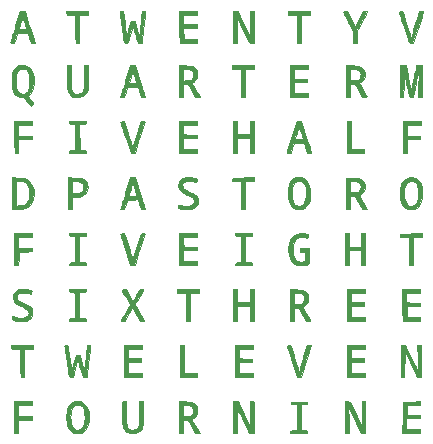
<source format=gts>
%TF.GenerationSoftware,KiCad,Pcbnew,5.1.0-5.1.0*%
%TF.CreationDate,2019-03-30T09:27:41+01:00*%
%TF.ProjectId,WordClock,576f7264-436c-46f6-936b-2e6b69636164,rev?*%
%TF.SameCoordinates,PX660b0c0PY5f5e100*%
%TF.FileFunction,Soldermask,Top*%
%TF.FilePolarity,Negative*%
%FSLAX46Y46*%
G04 Gerber Fmt 4.6, Leading zero omitted, Abs format (unit mm)*
G04 Created by KiCad (PCBNEW 5.1.0-5.1.0) date 2019-03-30 09:27:41*
%MOMM*%
%LPD*%
G04 APERTURE LIST*
%ADD10C,0.010000*%
G04 APERTURE END LIST*
D10*
G36*
X7476840Y3839056D02*
G01*
X7703790Y3715403D01*
X7764151Y3666449D01*
X7946745Y3449842D01*
X8072819Y3170270D01*
X8142382Y2827703D01*
X8155442Y2422109D01*
X8149863Y2310603D01*
X8101773Y1968572D01*
X8007356Y1676245D01*
X7870684Y1442872D01*
X7695830Y1277702D01*
X7694795Y1277016D01*
X7524765Y1201107D01*
X7310847Y1156055D01*
X7089494Y1145994D01*
X6897158Y1175059D01*
X6871500Y1183622D01*
X6697028Y1283687D01*
X6530904Y1441720D01*
X6398076Y1632663D01*
X6371589Y1685666D01*
X6318058Y1857743D01*
X6280964Y2088863D01*
X6261121Y2354858D01*
X6260292Y2484085D01*
X6600722Y2484085D01*
X6619673Y2201452D01*
X6668671Y1943615D01*
X6746988Y1734090D01*
X6779980Y1678311D01*
X6914551Y1528447D01*
X7073648Y1454327D01*
X7272294Y1446918D01*
X7427410Y1481261D01*
X7544356Y1560815D01*
X7577132Y1595180D01*
X7671528Y1730826D01*
X7736507Y1900678D01*
X7775468Y2119238D01*
X7791807Y2401006D01*
X7792812Y2515739D01*
X7775234Y2866695D01*
X7723495Y3145368D01*
X7638142Y3349696D01*
X7541315Y3462017D01*
X7359416Y3558211D01*
X7170579Y3576678D01*
X6989876Y3521445D01*
X6832380Y3396540D01*
X6731438Y3245593D01*
X6655877Y3029672D01*
X6612547Y2767997D01*
X6600722Y2484085D01*
X6260292Y2484085D01*
X6259344Y2631558D01*
X6276445Y2894795D01*
X6313239Y3120401D01*
X6322097Y3155446D01*
X6429139Y3417550D01*
X6586554Y3626129D01*
X6782187Y3776876D01*
X7003883Y3865485D01*
X7239486Y3887647D01*
X7476840Y3839056D01*
X7476840Y3839056D01*
G37*
X7476840Y3839056D02*
X7703790Y3715403D01*
X7764151Y3666449D01*
X7946745Y3449842D01*
X8072819Y3170270D01*
X8142382Y2827703D01*
X8155442Y2422109D01*
X8149863Y2310603D01*
X8101773Y1968572D01*
X8007356Y1676245D01*
X7870684Y1442872D01*
X7695830Y1277702D01*
X7694795Y1277016D01*
X7524765Y1201107D01*
X7310847Y1156055D01*
X7089494Y1145994D01*
X6897158Y1175059D01*
X6871500Y1183622D01*
X6697028Y1283687D01*
X6530904Y1441720D01*
X6398076Y1632663D01*
X6371589Y1685666D01*
X6318058Y1857743D01*
X6280964Y2088863D01*
X6261121Y2354858D01*
X6260292Y2484085D01*
X6600722Y2484085D01*
X6619673Y2201452D01*
X6668671Y1943615D01*
X6746988Y1734090D01*
X6779980Y1678311D01*
X6914551Y1528447D01*
X7073648Y1454327D01*
X7272294Y1446918D01*
X7427410Y1481261D01*
X7544356Y1560815D01*
X7577132Y1595180D01*
X7671528Y1730826D01*
X7736507Y1900678D01*
X7775468Y2119238D01*
X7791807Y2401006D01*
X7792812Y2515739D01*
X7775234Y2866695D01*
X7723495Y3145368D01*
X7638142Y3349696D01*
X7541315Y3462017D01*
X7359416Y3558211D01*
X7170579Y3576678D01*
X6989876Y3521445D01*
X6832380Y3396540D01*
X6731438Y3245593D01*
X6655877Y3029672D01*
X6612547Y2767997D01*
X6600722Y2484085D01*
X6260292Y2484085D01*
X6259344Y2631558D01*
X6276445Y2894795D01*
X6313239Y3120401D01*
X6322097Y3155446D01*
X6429139Y3417550D01*
X6586554Y3626129D01*
X6782187Y3776876D01*
X7003883Y3865485D01*
X7239486Y3887647D01*
X7476840Y3839056D01*
G36*
X11303349Y2862767D02*
G01*
X11310270Y2503289D01*
X11320398Y2218350D01*
X11335889Y1997829D01*
X11358903Y1831603D01*
X11391597Y1709551D01*
X11436129Y1621552D01*
X11494657Y1557485D01*
X11569340Y1507228D01*
X11595347Y1493263D01*
X11755365Y1446222D01*
X11936283Y1445534D01*
X12102503Y1488225D01*
X12191894Y1543077D01*
X12253563Y1604978D01*
X12301523Y1674928D01*
X12337464Y1763902D01*
X12363075Y1882880D01*
X12380045Y2042838D01*
X12390063Y2254755D01*
X12394819Y2529608D01*
X12396000Y2869640D01*
X12396000Y3844666D01*
X12734667Y3844666D01*
X12733737Y2818083D01*
X12732126Y2458791D01*
X12726714Y2173120D01*
X12715545Y1950045D01*
X12696665Y1778541D01*
X12668117Y1647582D01*
X12627948Y1546143D01*
X12574201Y1463198D01*
X12504921Y1387723D01*
X12475090Y1359604D01*
X12276764Y1230461D01*
X12035960Y1155391D01*
X11778136Y1137935D01*
X11528750Y1181636D01*
X11440173Y1215611D01*
X11309180Y1292063D01*
X11198414Y1384504D01*
X11178000Y1407827D01*
X11117756Y1491662D01*
X11070834Y1579386D01*
X11035604Y1682561D01*
X11010439Y1812750D01*
X10993708Y1981516D01*
X10983782Y2200421D01*
X10979034Y2481028D01*
X10977834Y2828666D01*
X10977834Y3823500D01*
X11133147Y3836434D01*
X11288461Y3849368D01*
X11303349Y2862767D01*
X11303349Y2862767D01*
G37*
X11303349Y2862767D02*
X11310270Y2503289D01*
X11320398Y2218350D01*
X11335889Y1997829D01*
X11358903Y1831603D01*
X11391597Y1709551D01*
X11436129Y1621552D01*
X11494657Y1557485D01*
X11569340Y1507228D01*
X11595347Y1493263D01*
X11755365Y1446222D01*
X11936283Y1445534D01*
X12102503Y1488225D01*
X12191894Y1543077D01*
X12253563Y1604978D01*
X12301523Y1674928D01*
X12337464Y1763902D01*
X12363075Y1882880D01*
X12380045Y2042838D01*
X12390063Y2254755D01*
X12394819Y2529608D01*
X12396000Y2869640D01*
X12396000Y3844666D01*
X12734667Y3844666D01*
X12733737Y2818083D01*
X12732126Y2458791D01*
X12726714Y2173120D01*
X12715545Y1950045D01*
X12696665Y1778541D01*
X12668117Y1647582D01*
X12627948Y1546143D01*
X12574201Y1463198D01*
X12504921Y1387723D01*
X12475090Y1359604D01*
X12276764Y1230461D01*
X12035960Y1155391D01*
X11778136Y1137935D01*
X11528750Y1181636D01*
X11440173Y1215611D01*
X11309180Y1292063D01*
X11198414Y1384504D01*
X11178000Y1407827D01*
X11117756Y1491662D01*
X11070834Y1579386D01*
X11035604Y1682561D01*
X11010439Y1812750D01*
X10993708Y1981516D01*
X10983782Y2200421D01*
X10979034Y2481028D01*
X10977834Y2828666D01*
X10977834Y3823500D01*
X11133147Y3836434D01*
X11288461Y3849368D01*
X11303349Y2862767D01*
G36*
X3379000Y3548333D02*
G01*
X2193667Y3548333D01*
X2193667Y2619457D01*
X2754584Y2607645D01*
X3315500Y2595833D01*
X3315500Y2299500D01*
X2754584Y2287688D01*
X2193667Y2275876D01*
X2193667Y1177666D01*
X1855000Y1177666D01*
X1855000Y3844666D01*
X3379000Y3844666D01*
X3379000Y3548333D01*
X3379000Y3548333D01*
G37*
X3379000Y3548333D02*
X2193667Y3548333D01*
X2193667Y2619457D01*
X2754584Y2607645D01*
X3315500Y2595833D01*
X3315500Y2299500D01*
X2754584Y2287688D01*
X2193667Y2275876D01*
X2193667Y1177666D01*
X1855000Y1177666D01*
X1855000Y3844666D01*
X3379000Y3844666D01*
X3379000Y3548333D01*
G36*
X16301250Y3837622D02*
G01*
X16530243Y3828070D01*
X16694783Y3814945D01*
X16815085Y3794776D01*
X16911361Y3764090D01*
X17003827Y3719419D01*
X17010334Y3715868D01*
X17180359Y3594057D01*
X17286424Y3442690D01*
X17336052Y3246346D01*
X17339864Y3040101D01*
X17311071Y2818165D01*
X17241826Y2654094D01*
X17119494Y2525787D01*
X17001959Y2449065D01*
X16845419Y2360066D01*
X17558017Y1177666D01*
X17358258Y1178275D01*
X17158500Y1178883D01*
X16529738Y2278333D01*
X16121334Y2278333D01*
X16121334Y1177666D01*
X15782667Y1177666D01*
X15782667Y2574666D01*
X16121334Y2574666D01*
X16398602Y2574666D01*
X16571232Y2584329D01*
X16719760Y2609746D01*
X16792527Y2634992D01*
X16914315Y2741322D01*
X16987974Y2893835D01*
X17012496Y3068558D01*
X16986869Y3241517D01*
X16910082Y3388740D01*
X16827404Y3462373D01*
X16739792Y3493880D01*
X16597889Y3521548D01*
X16432049Y3539494D01*
X16428250Y3539742D01*
X16121334Y3559467D01*
X16121334Y2574666D01*
X15782667Y2574666D01*
X15782667Y3854887D01*
X16301250Y3837622D01*
X16301250Y3837622D01*
G37*
X16301250Y3837622D02*
X16530243Y3828070D01*
X16694783Y3814945D01*
X16815085Y3794776D01*
X16911361Y3764090D01*
X17003827Y3719419D01*
X17010334Y3715868D01*
X17180359Y3594057D01*
X17286424Y3442690D01*
X17336052Y3246346D01*
X17339864Y3040101D01*
X17311071Y2818165D01*
X17241826Y2654094D01*
X17119494Y2525787D01*
X17001959Y2449065D01*
X16845419Y2360066D01*
X17558017Y1177666D01*
X17358258Y1178275D01*
X17158500Y1178883D01*
X16529738Y2278333D01*
X16121334Y2278333D01*
X16121334Y1177666D01*
X15782667Y1177666D01*
X15782667Y2574666D01*
X16121334Y2574666D01*
X16398602Y2574666D01*
X16571232Y2584329D01*
X16719760Y2609746D01*
X16792527Y2634992D01*
X16914315Y2741322D01*
X16987974Y2893835D01*
X17012496Y3068558D01*
X16986869Y3241517D01*
X16910082Y3388740D01*
X16827404Y3462373D01*
X16739792Y3493880D01*
X16597889Y3521548D01*
X16432049Y3539494D01*
X16428250Y3539742D01*
X16121334Y3559467D01*
X16121334Y2574666D01*
X15782667Y2574666D01*
X15782667Y3854887D01*
X16301250Y3837622D01*
G36*
X21948489Y3836893D02*
G01*
X22111500Y3823500D01*
X22122687Y2500583D01*
X22133873Y1177666D01*
X21722648Y1177666D01*
X21265985Y2140750D01*
X21136966Y2412504D01*
X21016489Y2665628D01*
X20910394Y2887898D01*
X20824524Y3067090D01*
X20764721Y3190981D01*
X20740745Y3239748D01*
X20720062Y3276542D01*
X20704225Y3289218D01*
X20692768Y3269522D01*
X20685227Y3209200D01*
X20681134Y3099999D01*
X20680026Y2933664D01*
X20681437Y2701941D01*
X20684900Y2396576D01*
X20686435Y2276665D01*
X20700703Y1177666D01*
X20397000Y1177666D01*
X20397000Y3844666D01*
X20764050Y3844666D01*
X21262132Y2796916D01*
X21393865Y2520797D01*
X21514521Y2269784D01*
X21619139Y2054043D01*
X21702761Y1883742D01*
X21760427Y1769048D01*
X21787178Y1720128D01*
X21787690Y1719508D01*
X21794553Y1751720D01*
X21799654Y1857773D01*
X21802863Y2026858D01*
X21804050Y2248165D01*
X21803086Y2510884D01*
X21800322Y2770067D01*
X21785477Y3850286D01*
X21948489Y3836893D01*
X21948489Y3836893D01*
G37*
X21948489Y3836893D02*
X22111500Y3823500D01*
X22122687Y2500583D01*
X22133873Y1177666D01*
X21722648Y1177666D01*
X21265985Y2140750D01*
X21136966Y2412504D01*
X21016489Y2665628D01*
X20910394Y2887898D01*
X20824524Y3067090D01*
X20764721Y3190981D01*
X20740745Y3239748D01*
X20720062Y3276542D01*
X20704225Y3289218D01*
X20692768Y3269522D01*
X20685227Y3209200D01*
X20681134Y3099999D01*
X20680026Y2933664D01*
X20681437Y2701941D01*
X20684900Y2396576D01*
X20686435Y2276665D01*
X20700703Y1177666D01*
X20397000Y1177666D01*
X20397000Y3844666D01*
X20764050Y3844666D01*
X21262132Y2796916D01*
X21393865Y2520797D01*
X21514521Y2269784D01*
X21619139Y2054043D01*
X21702761Y1883742D01*
X21760427Y1769048D01*
X21787178Y1720128D01*
X21787690Y1719508D01*
X21794553Y1751720D01*
X21799654Y1857773D01*
X21802863Y2026858D01*
X21804050Y2248165D01*
X21803086Y2510884D01*
X21800322Y2770067D01*
X21785477Y3850286D01*
X21948489Y3836893D01*
G36*
X26641167Y3717666D02*
G01*
X26635433Y3659599D01*
X26605265Y3626445D01*
X26531219Y3609502D01*
X26393846Y3600062D01*
X26376584Y3599230D01*
X26112000Y3586626D01*
X26112000Y1441530D01*
X26387167Y1412062D01*
X26535380Y1393649D01*
X26618049Y1372483D01*
X26654063Y1339510D01*
X26662308Y1285674D01*
X26662334Y1280130D01*
X26662334Y1177666D01*
X25223000Y1177666D01*
X25223000Y1280130D01*
X25229824Y1336051D01*
X25262888Y1370376D01*
X25341080Y1392160D01*
X25483288Y1410459D01*
X25498167Y1412062D01*
X25773334Y1441530D01*
X25773334Y3586626D01*
X25508750Y3599230D01*
X25364264Y3608406D01*
X25284973Y3624250D01*
X25251431Y3655466D01*
X25244193Y3710760D01*
X25244167Y3717666D01*
X25244167Y3823500D01*
X26641167Y3823500D01*
X26641167Y3717666D01*
X26641167Y3717666D01*
G37*
X26641167Y3717666D02*
X26635433Y3659599D01*
X26605265Y3626445D01*
X26531219Y3609502D01*
X26393846Y3600062D01*
X26376584Y3599230D01*
X26112000Y3586626D01*
X26112000Y1441530D01*
X26387167Y1412062D01*
X26535380Y1393649D01*
X26618049Y1372483D01*
X26654063Y1339510D01*
X26662308Y1285674D01*
X26662334Y1280130D01*
X26662334Y1177666D01*
X25223000Y1177666D01*
X25223000Y1280130D01*
X25229824Y1336051D01*
X25262888Y1370376D01*
X25341080Y1392160D01*
X25483288Y1410459D01*
X25498167Y1412062D01*
X25773334Y1441530D01*
X25773334Y3586626D01*
X25508750Y3599230D01*
X25364264Y3608406D01*
X25284973Y3624250D01*
X25251431Y3655466D01*
X25244193Y3710760D01*
X25244167Y3717666D01*
X25244167Y3823500D01*
X26641167Y3823500D01*
X26641167Y3717666D01*
G36*
X30037063Y3836403D02*
G01*
X30236792Y3823500D01*
X30746146Y2751774D01*
X31255500Y1680049D01*
X31266798Y2762358D01*
X31278096Y3844666D01*
X31573000Y3844666D01*
X31573000Y1177666D01*
X31187965Y1177666D01*
X30788442Y2013750D01*
X30662323Y2277312D01*
X30540263Y2531723D01*
X30429882Y2761149D01*
X30338804Y2949752D01*
X30274650Y3081698D01*
X30263782Y3103833D01*
X30138645Y3357833D01*
X30164110Y2267750D01*
X30189575Y1177666D01*
X29837334Y1177666D01*
X29837334Y3849305D01*
X30037063Y3836403D01*
X30037063Y3836403D01*
G37*
X30037063Y3836403D02*
X30236792Y3823500D01*
X30746146Y2751774D01*
X31255500Y1680049D01*
X31266798Y2762358D01*
X31278096Y3844666D01*
X31573000Y3844666D01*
X31573000Y1177666D01*
X31187965Y1177666D01*
X30788442Y2013750D01*
X30662323Y2277312D01*
X30540263Y2531723D01*
X30429882Y2761149D01*
X30338804Y2949752D01*
X30274650Y3081698D01*
X30263782Y3103833D01*
X30138645Y3357833D01*
X30164110Y2267750D01*
X30189575Y1177666D01*
X29837334Y1177666D01*
X29837334Y3849305D01*
X30037063Y3836403D01*
G36*
X36229667Y3550722D02*
G01*
X35647584Y3538944D01*
X35065500Y3527166D01*
X35065500Y2722833D01*
X36187334Y2699209D01*
X36187334Y2405333D01*
X35044334Y2405333D01*
X35044334Y1474000D01*
X36229667Y1474000D01*
X36229667Y1177666D01*
X34704461Y1177666D01*
X34715647Y2500583D01*
X34726834Y3823500D01*
X35478250Y3835060D01*
X36229667Y3846620D01*
X36229667Y3550722D01*
X36229667Y3550722D01*
G37*
X36229667Y3550722D02*
X35647584Y3538944D01*
X35065500Y3527166D01*
X35065500Y2722833D01*
X36187334Y2699209D01*
X36187334Y2405333D01*
X35044334Y2405333D01*
X35044334Y1474000D01*
X36229667Y1474000D01*
X36229667Y1177666D01*
X34704461Y1177666D01*
X34715647Y2500583D01*
X34726834Y3823500D01*
X35478250Y3835060D01*
X36229667Y3846620D01*
X36229667Y3550722D01*
G36*
X3463667Y8289666D02*
G01*
X2701667Y8289666D01*
X2701667Y5919000D01*
X2560556Y5919000D01*
X2455954Y5926745D01*
X2393134Y5945555D01*
X2391222Y5947222D01*
X2383806Y5995380D01*
X2377118Y6116998D01*
X2371427Y6300874D01*
X2367000Y6535803D01*
X2364102Y6810580D01*
X2363003Y7114002D01*
X2363000Y7130907D01*
X2363000Y8286370D01*
X1992584Y8298602D01*
X1622167Y8310833D01*
X1608901Y8448416D01*
X1595636Y8586000D01*
X3463667Y8586000D01*
X3463667Y8289666D01*
X3463667Y8289666D01*
G37*
X3463667Y8289666D02*
X2701667Y8289666D01*
X2701667Y5919000D01*
X2560556Y5919000D01*
X2455954Y5926745D01*
X2393134Y5945555D01*
X2391222Y5947222D01*
X2383806Y5995380D01*
X2377118Y6116998D01*
X2371427Y6300874D01*
X2367000Y6535803D01*
X2364102Y6810580D01*
X2363003Y7114002D01*
X2363000Y7130907D01*
X2363000Y8286370D01*
X1992584Y8298602D01*
X1622167Y8310833D01*
X1608901Y8448416D01*
X1595636Y8586000D01*
X3463667Y8586000D01*
X3463667Y8289666D01*
G36*
X8226559Y8585134D02*
G01*
X8253331Y8571687D01*
X8270585Y8538573D01*
X8278220Y8477552D01*
X8276133Y8380378D01*
X8264222Y8238810D01*
X8242385Y8044606D01*
X8210520Y7789522D01*
X8168525Y7465315D01*
X8127051Y7146666D01*
X7970430Y5940166D01*
X7802150Y5940166D01*
X7742605Y5939797D01*
X7695810Y5945235D01*
X7657097Y5966301D01*
X7621798Y6012813D01*
X7585245Y6094593D01*
X7542770Y6221459D01*
X7489705Y6403231D01*
X7421384Y6649729D01*
X7361909Y6866311D01*
X7297520Y7096331D01*
X7250316Y7252784D01*
X7216786Y7344198D01*
X7193417Y7379104D01*
X7176698Y7366030D01*
X7168037Y7337166D01*
X7147031Y7252109D01*
X7108990Y7103243D01*
X7058569Y6908599D01*
X7000427Y6686209D01*
X6973288Y6583038D01*
X6916167Y6365171D01*
X6867596Y6177733D01*
X6831299Y6035270D01*
X6810999Y5952331D01*
X6808000Y5937455D01*
X6770412Y5925870D01*
X6676575Y5919453D01*
X6639473Y5919000D01*
X6526257Y5927253D01*
X6470835Y5960756D01*
X6450705Y6014250D01*
X6439797Y6080604D01*
X6419437Y6218756D01*
X6391330Y6416575D01*
X6357179Y6661932D01*
X6318691Y6942696D01*
X6279640Y7231333D01*
X6238367Y7536100D01*
X6199563Y7818439D01*
X6164986Y8065891D01*
X6136393Y8265995D01*
X6115543Y8406292D01*
X6104599Y8472376D01*
X6094271Y8549066D01*
X6119811Y8580087D01*
X6202104Y8581398D01*
X6243107Y8578209D01*
X6405834Y8564833D01*
X6519633Y7675833D01*
X6554588Y7394258D01*
X6585891Y7125997D01*
X6611728Y6887897D01*
X6630285Y6696810D01*
X6639750Y6569583D01*
X6640371Y6554000D01*
X6642939Y6467644D01*
X6646705Y6409705D01*
X6654537Y6387464D01*
X6669303Y6408199D01*
X6693872Y6479193D01*
X6731111Y6607724D01*
X6783888Y6801072D01*
X6855072Y7066519D01*
X6882195Y7167833D01*
X7040920Y7760500D01*
X7372075Y7760500D01*
X7759425Y6321166D01*
X7851832Y7189000D01*
X7881831Y7470849D01*
X7910686Y7742168D01*
X7936486Y7984965D01*
X7957317Y8181246D01*
X7971270Y8313016D01*
X7972156Y8321416D01*
X8000072Y8586000D01*
X8144870Y8586000D01*
X8190371Y8587157D01*
X8226559Y8585134D01*
X8226559Y8585134D01*
G37*
X8226559Y8585134D02*
X8253331Y8571687D01*
X8270585Y8538573D01*
X8278220Y8477552D01*
X8276133Y8380378D01*
X8264222Y8238810D01*
X8242385Y8044606D01*
X8210520Y7789522D01*
X8168525Y7465315D01*
X8127051Y7146666D01*
X7970430Y5940166D01*
X7802150Y5940166D01*
X7742605Y5939797D01*
X7695810Y5945235D01*
X7657097Y5966301D01*
X7621798Y6012813D01*
X7585245Y6094593D01*
X7542770Y6221459D01*
X7489705Y6403231D01*
X7421384Y6649729D01*
X7361909Y6866311D01*
X7297520Y7096331D01*
X7250316Y7252784D01*
X7216786Y7344198D01*
X7193417Y7379104D01*
X7176698Y7366030D01*
X7168037Y7337166D01*
X7147031Y7252109D01*
X7108990Y7103243D01*
X7058569Y6908599D01*
X7000427Y6686209D01*
X6973288Y6583038D01*
X6916167Y6365171D01*
X6867596Y6177733D01*
X6831299Y6035270D01*
X6810999Y5952331D01*
X6808000Y5937455D01*
X6770412Y5925870D01*
X6676575Y5919453D01*
X6639473Y5919000D01*
X6526257Y5927253D01*
X6470835Y5960756D01*
X6450705Y6014250D01*
X6439797Y6080604D01*
X6419437Y6218756D01*
X6391330Y6416575D01*
X6357179Y6661932D01*
X6318691Y6942696D01*
X6279640Y7231333D01*
X6238367Y7536100D01*
X6199563Y7818439D01*
X6164986Y8065891D01*
X6136393Y8265995D01*
X6115543Y8406292D01*
X6104599Y8472376D01*
X6094271Y8549066D01*
X6119811Y8580087D01*
X6202104Y8581398D01*
X6243107Y8578209D01*
X6405834Y8564833D01*
X6519633Y7675833D01*
X6554588Y7394258D01*
X6585891Y7125997D01*
X6611728Y6887897D01*
X6630285Y6696810D01*
X6639750Y6569583D01*
X6640371Y6554000D01*
X6642939Y6467644D01*
X6646705Y6409705D01*
X6654537Y6387464D01*
X6669303Y6408199D01*
X6693872Y6479193D01*
X6731111Y6607724D01*
X6783888Y6801072D01*
X6855072Y7066519D01*
X6882195Y7167833D01*
X7040920Y7760500D01*
X7372075Y7760500D01*
X7759425Y6321166D01*
X7851832Y7189000D01*
X7881831Y7470849D01*
X7910686Y7742168D01*
X7936486Y7984965D01*
X7957317Y8181246D01*
X7971270Y8313016D01*
X7972156Y8321416D01*
X8000072Y8586000D01*
X8144870Y8586000D01*
X8190371Y8587157D01*
X8226559Y8585134D01*
G36*
X12650000Y8289666D02*
G01*
X11464667Y8289666D01*
X11464667Y7485333D01*
X12607667Y7485333D01*
X12607667Y7189000D01*
X11461894Y7189000D01*
X11485834Y6236500D01*
X12650000Y6212944D01*
X12650000Y5919000D01*
X11916222Y5919000D01*
X11675095Y5920554D01*
X11463978Y5924861D01*
X11297192Y5931393D01*
X11189055Y5939618D01*
X11154222Y5947222D01*
X11147229Y5995039D01*
X11140866Y6117020D01*
X11135357Y6302660D01*
X11130923Y6541456D01*
X11127788Y6822907D01*
X11126172Y7136509D01*
X11126000Y7280722D01*
X11126000Y8586000D01*
X12650000Y8586000D01*
X12650000Y8289666D01*
X12650000Y8289666D01*
G37*
X12650000Y8289666D02*
X11464667Y8289666D01*
X11464667Y7485333D01*
X12607667Y7485333D01*
X12607667Y7189000D01*
X11461894Y7189000D01*
X11485834Y6236500D01*
X12650000Y6212944D01*
X12650000Y5919000D01*
X11916222Y5919000D01*
X11675095Y5920554D01*
X11463978Y5924861D01*
X11297192Y5931393D01*
X11189055Y5939618D01*
X11154222Y5947222D01*
X11147229Y5995039D01*
X11140866Y6117020D01*
X11135357Y6302660D01*
X11130923Y6541456D01*
X11127788Y6822907D01*
X11126172Y7136509D01*
X11126000Y7280722D01*
X11126000Y8586000D01*
X12650000Y8586000D01*
X12650000Y8289666D01*
G36*
X16206000Y6257666D02*
G01*
X17349000Y6257666D01*
X17349000Y5919000D01*
X15867334Y5919000D01*
X15867334Y8586000D01*
X16206000Y8586000D01*
X16206000Y6257666D01*
X16206000Y6257666D01*
G37*
X16206000Y6257666D02*
X17349000Y6257666D01*
X17349000Y5919000D01*
X15867334Y5919000D01*
X15867334Y8586000D01*
X16206000Y8586000D01*
X16206000Y6257666D01*
G36*
X22048000Y8289666D02*
G01*
X20862667Y8289666D01*
X20862667Y7487791D01*
X21423584Y7475979D01*
X21984500Y7464166D01*
X21997766Y7326583D01*
X22011031Y7189000D01*
X20859894Y7189000D01*
X20883834Y6236500D01*
X22048000Y6212944D01*
X22048000Y5919000D01*
X21314222Y5919000D01*
X21073095Y5920554D01*
X20861978Y5924861D01*
X20695192Y5931393D01*
X20587055Y5939618D01*
X20552222Y5947222D01*
X20545229Y5995039D01*
X20538866Y6117020D01*
X20533357Y6302660D01*
X20528923Y6541456D01*
X20525788Y6822907D01*
X20524172Y7136509D01*
X20524000Y7280722D01*
X20524000Y8586000D01*
X22048000Y8586000D01*
X22048000Y8289666D01*
X22048000Y8289666D01*
G37*
X22048000Y8289666D02*
X20862667Y8289666D01*
X20862667Y7487791D01*
X21423584Y7475979D01*
X21984500Y7464166D01*
X21997766Y7326583D01*
X22011031Y7189000D01*
X20859894Y7189000D01*
X20883834Y6236500D01*
X22048000Y6212944D01*
X22048000Y5919000D01*
X21314222Y5919000D01*
X21073095Y5920554D01*
X20861978Y5924861D01*
X20695192Y5931393D01*
X20587055Y5939618D01*
X20552222Y5947222D01*
X20545229Y5995039D01*
X20538866Y6117020D01*
X20533357Y6302660D01*
X20528923Y6541456D01*
X20525788Y6822907D01*
X20524172Y7136509D01*
X20524000Y7280722D01*
X20524000Y8586000D01*
X22048000Y8586000D01*
X22048000Y8289666D01*
G36*
X26549527Y7252500D02*
G01*
X26104784Y5919000D01*
X25778101Y5919000D01*
X25352384Y7207111D01*
X25248713Y7522162D01*
X25154164Y7812128D01*
X25071911Y8067064D01*
X25005130Y8277023D01*
X24956997Y8432058D01*
X24930686Y8522225D01*
X24926667Y8540611D01*
X24964215Y8569031D01*
X25058017Y8584841D01*
X25096000Y8586000D01*
X25202094Y8582267D01*
X25261049Y8572943D01*
X25265334Y8569189D01*
X25277480Y8525769D01*
X25311556Y8413084D01*
X25364020Y8242610D01*
X25431327Y8025826D01*
X25509935Y7774210D01*
X25560331Y7613582D01*
X25646315Y7337473D01*
X25724838Y7080637D01*
X25791852Y6856692D01*
X25843310Y6679256D01*
X25875163Y6561948D01*
X25882543Y6529726D01*
X25914088Y6418935D01*
X25948908Y6391922D01*
X25983164Y6448929D01*
X26001592Y6522250D01*
X26021773Y6601027D01*
X26063616Y6747236D01*
X26123152Y6947615D01*
X26196412Y7188902D01*
X26279426Y7457834D01*
X26331001Y7622916D01*
X26633234Y8586000D01*
X26994269Y8586000D01*
X26549527Y7252500D01*
X26549527Y7252500D01*
G37*
X26549527Y7252500D02*
X26104784Y5919000D01*
X25778101Y5919000D01*
X25352384Y7207111D01*
X25248713Y7522162D01*
X25154164Y7812128D01*
X25071911Y8067064D01*
X25005130Y8277023D01*
X24956997Y8432058D01*
X24930686Y8522225D01*
X24926667Y8540611D01*
X24964215Y8569031D01*
X25058017Y8584841D01*
X25096000Y8586000D01*
X25202094Y8582267D01*
X25261049Y8572943D01*
X25265334Y8569189D01*
X25277480Y8525769D01*
X25311556Y8413084D01*
X25364020Y8242610D01*
X25431327Y8025826D01*
X25509935Y7774210D01*
X25560331Y7613582D01*
X25646315Y7337473D01*
X25724838Y7080637D01*
X25791852Y6856692D01*
X25843310Y6679256D01*
X25875163Y6561948D01*
X25882543Y6529726D01*
X25914088Y6418935D01*
X25948908Y6391922D01*
X25983164Y6448929D01*
X26001592Y6522250D01*
X26021773Y6601027D01*
X26063616Y6747236D01*
X26123152Y6947615D01*
X26196412Y7188902D01*
X26279426Y7457834D01*
X26331001Y7622916D01*
X26633234Y8586000D01*
X26994269Y8586000D01*
X26549527Y7252500D01*
G36*
X31522766Y8448416D02*
G01*
X31509500Y8310833D01*
X30345334Y8287277D01*
X30345334Y7485333D01*
X31446000Y7485333D01*
X31446000Y7189000D01*
X30345334Y7189000D01*
X30345334Y6215333D01*
X31536031Y6215333D01*
X31522766Y6077750D01*
X31509500Y5940166D01*
X30758084Y5928606D01*
X30006667Y5917046D01*
X30006667Y8586000D01*
X31536031Y8586000D01*
X31522766Y8448416D01*
X31522766Y8448416D01*
G37*
X31522766Y8448416D02*
X31509500Y8310833D01*
X30345334Y8287277D01*
X30345334Y7485333D01*
X31446000Y7485333D01*
X31446000Y7189000D01*
X30345334Y7189000D01*
X30345334Y6215333D01*
X31536031Y6215333D01*
X31522766Y6077750D01*
X31509500Y5940166D01*
X30758084Y5928606D01*
X30006667Y5917046D01*
X30006667Y8586000D01*
X31536031Y8586000D01*
X31522766Y8448416D01*
G36*
X35384139Y7707583D02*
G01*
X35511489Y7441907D01*
X35632718Y7189080D01*
X35740937Y6963464D01*
X35829258Y6779419D01*
X35890791Y6651306D01*
X35907053Y6617500D01*
X36008975Y6405833D01*
X35985848Y7495916D01*
X35962721Y8586000D01*
X36315540Y8586000D01*
X36304353Y7263083D01*
X36293167Y5940166D01*
X35916555Y5940166D01*
X34896167Y8088104D01*
X34873571Y5919000D01*
X34578667Y5919000D01*
X34578667Y8586000D01*
X34963148Y8586000D01*
X35384139Y7707583D01*
X35384139Y7707583D01*
G37*
X35384139Y7707583D02*
X35511489Y7441907D01*
X35632718Y7189080D01*
X35740937Y6963464D01*
X35829258Y6779419D01*
X35890791Y6651306D01*
X35907053Y6617500D01*
X36008975Y6405833D01*
X35985848Y7495916D01*
X35962721Y8586000D01*
X36315540Y8586000D01*
X36304353Y7263083D01*
X36293167Y5940166D01*
X35916555Y5940166D01*
X34896167Y8088104D01*
X34873571Y5919000D01*
X34578667Y5919000D01*
X34578667Y8586000D01*
X34963148Y8586000D01*
X35384139Y7707583D01*
G36*
X2882590Y13346111D02*
G01*
X3075001Y13316197D01*
X3226395Y13275806D01*
X3285916Y13248290D01*
X3311952Y13184932D01*
X3283893Y13069901D01*
X3228286Y12955885D01*
X3187475Y12959501D01*
X3087969Y12980591D01*
X2973964Y13008802D01*
X2691811Y13061324D01*
X2451668Y13063453D01*
X2261669Y13016806D01*
X2129949Y12922997D01*
X2076967Y12830683D01*
X2048941Y12653071D01*
X2097976Y12496687D01*
X2226002Y12358970D01*
X2434946Y12237358D01*
X2563423Y12184372D01*
X2857627Y12062950D01*
X3076626Y11942982D01*
X3229256Y11815652D01*
X3324353Y11672144D01*
X3370754Y11503643D01*
X3379000Y11370680D01*
X3346921Y11134591D01*
X3247326Y10946824D01*
X3075180Y10799338D01*
X2992450Y10753547D01*
X2820940Y10693471D01*
X2601931Y10650973D01*
X2371563Y10630489D01*
X2165979Y10636455D01*
X2109000Y10645128D01*
X1917566Y10685036D01*
X1794570Y10720169D01*
X1724968Y10759886D01*
X1693719Y10813541D01*
X1685781Y10890494D01*
X1685667Y10908465D01*
X1685667Y11068667D01*
X1992584Y10988644D01*
X2284424Y10934487D01*
X2542691Y10929774D01*
X2757772Y10972244D01*
X2920049Y11059636D01*
X3019909Y11189690D01*
X3035485Y11233838D01*
X3060234Y11367915D01*
X3047497Y11480593D01*
X2989050Y11580303D01*
X2876668Y11675475D01*
X2702127Y11774538D01*
X2457202Y11885922D01*
X2359296Y11926916D01*
X2098230Y12054546D01*
X1913315Y12195147D01*
X1796070Y12359241D01*
X1738014Y12557346D01*
X1728000Y12709995D01*
X1765797Y12928649D01*
X1875316Y13108289D01*
X2050752Y13243925D01*
X2286296Y13330570D01*
X2483800Y13359397D01*
X2676433Y13361770D01*
X2882590Y13346111D01*
X2882590Y13346111D01*
G37*
X2882590Y13346111D02*
X3075001Y13316197D01*
X3226395Y13275806D01*
X3285916Y13248290D01*
X3311952Y13184932D01*
X3283893Y13069901D01*
X3228286Y12955885D01*
X3187475Y12959501D01*
X3087969Y12980591D01*
X2973964Y13008802D01*
X2691811Y13061324D01*
X2451668Y13063453D01*
X2261669Y13016806D01*
X2129949Y12922997D01*
X2076967Y12830683D01*
X2048941Y12653071D01*
X2097976Y12496687D01*
X2226002Y12358970D01*
X2434946Y12237358D01*
X2563423Y12184372D01*
X2857627Y12062950D01*
X3076626Y11942982D01*
X3229256Y11815652D01*
X3324353Y11672144D01*
X3370754Y11503643D01*
X3379000Y11370680D01*
X3346921Y11134591D01*
X3247326Y10946824D01*
X3075180Y10799338D01*
X2992450Y10753547D01*
X2820940Y10693471D01*
X2601931Y10650973D01*
X2371563Y10630489D01*
X2165979Y10636455D01*
X2109000Y10645128D01*
X1917566Y10685036D01*
X1794570Y10720169D01*
X1724968Y10759886D01*
X1693719Y10813541D01*
X1685781Y10890494D01*
X1685667Y10908465D01*
X1685667Y11068667D01*
X1992584Y10988644D01*
X2284424Y10934487D01*
X2542691Y10929774D01*
X2757772Y10972244D01*
X2920049Y11059636D01*
X3019909Y11189690D01*
X3035485Y11233838D01*
X3060234Y11367915D01*
X3047497Y11480593D01*
X2989050Y11580303D01*
X2876668Y11675475D01*
X2702127Y11774538D01*
X2457202Y11885922D01*
X2359296Y11926916D01*
X2098230Y12054546D01*
X1913315Y12195147D01*
X1796070Y12359241D01*
X1738014Y12557346D01*
X1728000Y12709995D01*
X1765797Y12928649D01*
X1875316Y13108289D01*
X2050752Y13243925D01*
X2286296Y13330570D01*
X2483800Y13359397D01*
X2676433Y13361770D01*
X2882590Y13346111D01*
G36*
X7908667Y13227039D02*
G01*
X7893703Y13157174D01*
X7833489Y13118801D01*
X7749917Y13100505D01*
X7609240Y13082390D01*
X7482222Y13073877D01*
X7474750Y13073799D01*
X7358334Y13073333D01*
X7358334Y10918373D01*
X7622917Y10905770D01*
X7767681Y10896605D01*
X7848351Y10880253D01*
X7885468Y10847180D01*
X7899570Y10787851D01*
X7900895Y10776750D01*
X7914291Y10660333D01*
X6511667Y10660333D01*
X6511667Y10787333D01*
X6514993Y10857632D01*
X6538275Y10895576D01*
X6601469Y10911142D01*
X6724532Y10914309D01*
X6765667Y10914333D01*
X7019667Y10914333D01*
X7019667Y13062397D01*
X6765667Y13091134D01*
X6624561Y13110091D01*
X6548277Y13133040D01*
X6517199Y13170210D01*
X6511667Y13223602D01*
X6511667Y13327333D01*
X7908667Y13327333D01*
X7908667Y13227039D01*
X7908667Y13227039D01*
G37*
X7908667Y13227039D02*
X7893703Y13157174D01*
X7833489Y13118801D01*
X7749917Y13100505D01*
X7609240Y13082390D01*
X7482222Y13073877D01*
X7474750Y13073799D01*
X7358334Y13073333D01*
X7358334Y10918373D01*
X7622917Y10905770D01*
X7767681Y10896605D01*
X7848351Y10880253D01*
X7885468Y10847180D01*
X7899570Y10787851D01*
X7900895Y10776750D01*
X7914291Y10660333D01*
X6511667Y10660333D01*
X6511667Y10787333D01*
X6514993Y10857632D01*
X6538275Y10895576D01*
X6601469Y10911142D01*
X6724532Y10914309D01*
X6765667Y10914333D01*
X7019667Y10914333D01*
X7019667Y13062397D01*
X6765667Y13091134D01*
X6624561Y13110091D01*
X6548277Y13133040D01*
X6517199Y13170210D01*
X6511667Y13223602D01*
X6511667Y13327333D01*
X7908667Y13327333D01*
X7908667Y13227039D01*
G36*
X12730149Y13318799D02*
G01*
X12767466Y13290183D01*
X12764305Y13270645D01*
X12735444Y13216302D01*
X12670253Y13103948D01*
X12577010Y12947535D01*
X12463991Y12761016D01*
X12399943Y12656416D01*
X12281992Y12462988D01*
X12181588Y12295508D01*
X12106357Y12166923D01*
X12063926Y12090182D01*
X12057334Y12074745D01*
X12077785Y12031995D01*
X12134359Y11929131D01*
X12219888Y11778797D01*
X12327203Y11593641D01*
X12411069Y11450724D01*
X12565716Y11189192D01*
X12681645Y10992228D01*
X12761941Y10850769D01*
X12809687Y10755756D01*
X12827968Y10698128D01*
X12819868Y10668823D01*
X12788470Y10658782D01*
X12736858Y10658943D01*
X12680098Y10660333D01*
X12495550Y10660333D01*
X12181192Y11231300D01*
X12071648Y11427880D01*
X11975924Y11595169D01*
X11901492Y11720458D01*
X11855825Y11791036D01*
X11845667Y11801929D01*
X11818877Y11766813D01*
X11758875Y11670171D01*
X11673199Y11524691D01*
X11569386Y11343060D01*
X11507000Y11231833D01*
X11189500Y10662076D01*
X11026221Y10661204D01*
X10920442Y10667755D01*
X10882786Y10693633D01*
X10887201Y10723552D01*
X10916095Y10779808D01*
X10980594Y10895210D01*
X11072936Y11056185D01*
X11185356Y11249163D01*
X11272730Y11397526D01*
X11392837Y11603435D01*
X11496042Y11785825D01*
X11575153Y11931539D01*
X11622977Y12027423D01*
X11634000Y12058306D01*
X11613217Y12110145D01*
X11555834Y12220745D01*
X11469297Y12376561D01*
X11361056Y12564048D01*
X11288807Y12686082D01*
X11170216Y12884753D01*
X11067000Y13058014D01*
X10986951Y13192759D01*
X10937861Y13275881D01*
X10926475Y13295583D01*
X10953177Y13314444D01*
X11040514Y13325109D01*
X11091752Y13326068D01*
X11274167Y13324804D01*
X11549334Y12840500D01*
X11653519Y12660736D01*
X11744212Y12510986D01*
X11812791Y12404998D01*
X11850639Y12356517D01*
X11853781Y12354931D01*
X11884832Y12388901D01*
X11949329Y12482831D01*
X12038529Y12623277D01*
X12143688Y12796792D01*
X12169528Y12840500D01*
X12455994Y13327333D01*
X12621026Y13327333D01*
X12730149Y13318799D01*
X12730149Y13318799D01*
G37*
X12730149Y13318799D02*
X12767466Y13290183D01*
X12764305Y13270645D01*
X12735444Y13216302D01*
X12670253Y13103948D01*
X12577010Y12947535D01*
X12463991Y12761016D01*
X12399943Y12656416D01*
X12281992Y12462988D01*
X12181588Y12295508D01*
X12106357Y12166923D01*
X12063926Y12090182D01*
X12057334Y12074745D01*
X12077785Y12031995D01*
X12134359Y11929131D01*
X12219888Y11778797D01*
X12327203Y11593641D01*
X12411069Y11450724D01*
X12565716Y11189192D01*
X12681645Y10992228D01*
X12761941Y10850769D01*
X12809687Y10755756D01*
X12827968Y10698128D01*
X12819868Y10668823D01*
X12788470Y10658782D01*
X12736858Y10658943D01*
X12680098Y10660333D01*
X12495550Y10660333D01*
X12181192Y11231300D01*
X12071648Y11427880D01*
X11975924Y11595169D01*
X11901492Y11720458D01*
X11855825Y11791036D01*
X11845667Y11801929D01*
X11818877Y11766813D01*
X11758875Y11670171D01*
X11673199Y11524691D01*
X11569386Y11343060D01*
X11507000Y11231833D01*
X11189500Y10662076D01*
X11026221Y10661204D01*
X10920442Y10667755D01*
X10882786Y10693633D01*
X10887201Y10723552D01*
X10916095Y10779808D01*
X10980594Y10895210D01*
X11072936Y11056185D01*
X11185356Y11249163D01*
X11272730Y11397526D01*
X11392837Y11603435D01*
X11496042Y11785825D01*
X11575153Y11931539D01*
X11622977Y12027423D01*
X11634000Y12058306D01*
X11613217Y12110145D01*
X11555834Y12220745D01*
X11469297Y12376561D01*
X11361056Y12564048D01*
X11288807Y12686082D01*
X11170216Y12884753D01*
X11067000Y13058014D01*
X10986951Y13192759D01*
X10937861Y13275881D01*
X10926475Y13295583D01*
X10953177Y13314444D01*
X11040514Y13325109D01*
X11091752Y13326068D01*
X11274167Y13324804D01*
X11549334Y12840500D01*
X11653519Y12660736D01*
X11744212Y12510986D01*
X11812791Y12404998D01*
X11850639Y12356517D01*
X11853781Y12354931D01*
X11884832Y12388901D01*
X11949329Y12482831D01*
X12038529Y12623277D01*
X12143688Y12796792D01*
X12169528Y12840500D01*
X12455994Y13327333D01*
X12621026Y13327333D01*
X12730149Y13318799D01*
G36*
X17476000Y13031000D02*
G01*
X16714000Y13031000D01*
X16714000Y10660333D01*
X16375334Y10660333D01*
X16375334Y13031000D01*
X15613334Y13031000D01*
X15613334Y13327333D01*
X17476000Y13327333D01*
X17476000Y13031000D01*
X17476000Y13031000D01*
G37*
X17476000Y13031000D02*
X16714000Y13031000D01*
X16714000Y10660333D01*
X16375334Y10660333D01*
X16375334Y13031000D01*
X15613334Y13031000D01*
X15613334Y13327333D01*
X17476000Y13327333D01*
X17476000Y13031000D01*
G36*
X20735667Y12226666D02*
G01*
X21794000Y12226666D01*
X21794000Y13327333D01*
X22132667Y13327333D01*
X22132667Y10660333D01*
X21796264Y10660333D01*
X21784549Y11284750D01*
X21772834Y11909166D01*
X21254250Y11921053D01*
X20735667Y11932939D01*
X20735667Y10660333D01*
X20397000Y10660333D01*
X20397000Y13327333D01*
X20735667Y13327333D01*
X20735667Y12226666D01*
X20735667Y12226666D01*
G37*
X20735667Y12226666D02*
X21794000Y12226666D01*
X21794000Y13327333D01*
X22132667Y13327333D01*
X22132667Y10660333D01*
X21796264Y10660333D01*
X21784549Y11284750D01*
X21772834Y11909166D01*
X21254250Y11921053D01*
X20735667Y11932939D01*
X20735667Y10660333D01*
X20397000Y10660333D01*
X20397000Y13327333D01*
X20735667Y13327333D01*
X20735667Y12226666D01*
G36*
X25699250Y13320202D02*
G01*
X25994037Y13304771D01*
X26219337Y13273492D01*
X26389583Y13221744D01*
X26519206Y13144901D01*
X26622641Y13038340D01*
X26636458Y13019961D01*
X26702384Y12874767D01*
X26736590Y12683637D01*
X26737453Y12479772D01*
X26703348Y12296373D01*
X26675205Y12227510D01*
X26581155Y12100297D01*
X26446419Y11977849D01*
X26306707Y11891283D01*
X26275128Y11878876D01*
X26280015Y11839651D01*
X26323240Y11741588D01*
X26398262Y11597641D01*
X26498540Y11420766D01*
X26551119Y11332294D01*
X26693690Y11095691D01*
X26796058Y10922259D01*
X26860988Y10802215D01*
X26891245Y10725776D01*
X26889593Y10683158D01*
X26858795Y10664578D01*
X26801617Y10660252D01*
X26740946Y10660481D01*
X26556500Y10660628D01*
X26245044Y11210814D01*
X25933587Y11761000D01*
X25519334Y11761000D01*
X25519334Y10660333D01*
X25180667Y10660333D01*
X25180667Y13031000D01*
X25519334Y13031000D01*
X25519334Y12057333D01*
X25762750Y12057399D01*
X25962656Y12074545D01*
X26129954Y12120556D01*
X26153745Y12131482D01*
X26307633Y12249869D01*
X26391150Y12415324D01*
X26407709Y12552758D01*
X26380771Y12748351D01*
X26295114Y12890184D01*
X26146567Y12981523D01*
X25930954Y13025634D01*
X25796602Y13031000D01*
X25519334Y13031000D01*
X25180667Y13031000D01*
X25180667Y13334238D01*
X25699250Y13320202D01*
X25699250Y13320202D01*
G37*
X25699250Y13320202D02*
X25994037Y13304771D01*
X26219337Y13273492D01*
X26389583Y13221744D01*
X26519206Y13144901D01*
X26622641Y13038340D01*
X26636458Y13019961D01*
X26702384Y12874767D01*
X26736590Y12683637D01*
X26737453Y12479772D01*
X26703348Y12296373D01*
X26675205Y12227510D01*
X26581155Y12100297D01*
X26446419Y11977849D01*
X26306707Y11891283D01*
X26275128Y11878876D01*
X26280015Y11839651D01*
X26323240Y11741588D01*
X26398262Y11597641D01*
X26498540Y11420766D01*
X26551119Y11332294D01*
X26693690Y11095691D01*
X26796058Y10922259D01*
X26860988Y10802215D01*
X26891245Y10725776D01*
X26889593Y10683158D01*
X26858795Y10664578D01*
X26801617Y10660252D01*
X26740946Y10660481D01*
X26556500Y10660628D01*
X26245044Y11210814D01*
X25933587Y11761000D01*
X25519334Y11761000D01*
X25519334Y10660333D01*
X25180667Y10660333D01*
X25180667Y13031000D01*
X25519334Y13031000D01*
X25519334Y12057333D01*
X25762750Y12057399D01*
X25962656Y12074545D01*
X26129954Y12120556D01*
X26153745Y12131482D01*
X26307633Y12249869D01*
X26391150Y12415324D01*
X26407709Y12552758D01*
X26380771Y12748351D01*
X26295114Y12890184D01*
X26146567Y12981523D01*
X25930954Y13025634D01*
X25796602Y13031000D01*
X25519334Y13031000D01*
X25180667Y13031000D01*
X25180667Y13334238D01*
X25699250Y13320202D01*
G36*
X31530667Y13031000D02*
G01*
X30345334Y13031000D01*
X30345334Y12226666D01*
X31446000Y12226666D01*
X31446000Y11930333D01*
X30345334Y11930333D01*
X30345334Y10956666D01*
X31530667Y10956666D01*
X31530667Y10660333D01*
X30006667Y10660333D01*
X30006667Y13327333D01*
X31530667Y13327333D01*
X31530667Y13031000D01*
X31530667Y13031000D01*
G37*
X31530667Y13031000D02*
X30345334Y13031000D01*
X30345334Y12226666D01*
X31446000Y12226666D01*
X31446000Y11930333D01*
X30345334Y11930333D01*
X30345334Y10956666D01*
X31530667Y10956666D01*
X31530667Y10660333D01*
X30006667Y10660333D01*
X30006667Y13327333D01*
X31530667Y13327333D01*
X31530667Y13031000D01*
G36*
X36229667Y13031000D02*
G01*
X35044334Y13031000D01*
X35044334Y12229124D01*
X35605250Y12217312D01*
X36166167Y12205500D01*
X36179339Y12069163D01*
X36192512Y11932827D01*
X35629006Y11920997D01*
X35065500Y11909166D01*
X35065500Y10977833D01*
X35647584Y10966055D01*
X36229667Y10954277D01*
X36229667Y10660333D01*
X35495889Y10660333D01*
X35254761Y10661887D01*
X35043645Y10666195D01*
X34876859Y10672726D01*
X34768722Y10680951D01*
X34733889Y10688555D01*
X34726895Y10736373D01*
X34720533Y10858353D01*
X34715024Y11043993D01*
X34710590Y11282790D01*
X34707454Y11564240D01*
X34705839Y11877842D01*
X34705667Y12022055D01*
X34705667Y13327333D01*
X36229667Y13327333D01*
X36229667Y13031000D01*
X36229667Y13031000D01*
G37*
X36229667Y13031000D02*
X35044334Y13031000D01*
X35044334Y12229124D01*
X35605250Y12217312D01*
X36166167Y12205500D01*
X36179339Y12069163D01*
X36192512Y11932827D01*
X35629006Y11920997D01*
X35065500Y11909166D01*
X35065500Y10977833D01*
X35647584Y10966055D01*
X36229667Y10954277D01*
X36229667Y10660333D01*
X35495889Y10660333D01*
X35254761Y10661887D01*
X35043645Y10666195D01*
X34876859Y10672726D01*
X34768722Y10680951D01*
X34733889Y10688555D01*
X34726895Y10736373D01*
X34720533Y10858353D01*
X34715024Y11043993D01*
X34710590Y11282790D01*
X34707454Y11564240D01*
X34705839Y11877842D01*
X34705667Y12022055D01*
X34705667Y13327333D01*
X36229667Y13327333D01*
X36229667Y13031000D01*
G36*
X26397465Y18074912D02*
G01*
X26413868Y18071594D01*
X26585187Y18032017D01*
X26685930Y17993593D01*
X26729185Y17944501D01*
X26728042Y17872921D01*
X26708607Y17805439D01*
X26660328Y17659151D01*
X26422154Y17739558D01*
X26171056Y17794818D01*
X25954731Y17776403D01*
X25764034Y17683023D01*
X25709158Y17639061D01*
X25579093Y17492540D01*
X25489555Y17310333D01*
X25436280Y17078763D01*
X25415004Y16784152D01*
X25414192Y16692833D01*
X25417402Y16484467D01*
X25429062Y16335231D01*
X25453425Y16219694D01*
X25494746Y16112424D01*
X25520025Y16060033D01*
X25601370Y15924322D01*
X25692447Y15810095D01*
X25738430Y15768372D01*
X25876830Y15705033D01*
X26057637Y15669276D01*
X26241771Y15665700D01*
X26376584Y15693236D01*
X26431666Y15717745D01*
X26465881Y15751490D01*
X26484195Y15812692D01*
X26491578Y15919574D01*
X26492995Y16090358D01*
X26493000Y16120285D01*
X26493000Y16502333D01*
X26069667Y16502333D01*
X26069667Y16798666D01*
X26831667Y16798666D01*
X26831667Y15524346D01*
X26681278Y15461510D01*
X26516048Y15414445D01*
X26306329Y15384997D01*
X26083257Y15374562D01*
X25877970Y15384537D01*
X25721602Y15416320D01*
X25716403Y15418215D01*
X25485704Y15548128D01*
X25302578Y15744980D01*
X25169032Y16004352D01*
X25087072Y16321824D01*
X25058707Y16692975D01*
X25062918Y16857412D01*
X25096250Y17169306D01*
X25164563Y17422311D01*
X25274989Y17637497D01*
X25369796Y17763606D01*
X25570153Y17937359D01*
X25818370Y18050156D01*
X26099217Y18097505D01*
X26397465Y18074912D01*
X26397465Y18074912D01*
G37*
X26397465Y18074912D02*
X26413868Y18071594D01*
X26585187Y18032017D01*
X26685930Y17993593D01*
X26729185Y17944501D01*
X26728042Y17872921D01*
X26708607Y17805439D01*
X26660328Y17659151D01*
X26422154Y17739558D01*
X26171056Y17794818D01*
X25954731Y17776403D01*
X25764034Y17683023D01*
X25709158Y17639061D01*
X25579093Y17492540D01*
X25489555Y17310333D01*
X25436280Y17078763D01*
X25415004Y16784152D01*
X25414192Y16692833D01*
X25417402Y16484467D01*
X25429062Y16335231D01*
X25453425Y16219694D01*
X25494746Y16112424D01*
X25520025Y16060033D01*
X25601370Y15924322D01*
X25692447Y15810095D01*
X25738430Y15768372D01*
X25876830Y15705033D01*
X26057637Y15669276D01*
X26241771Y15665700D01*
X26376584Y15693236D01*
X26431666Y15717745D01*
X26465881Y15751490D01*
X26484195Y15812692D01*
X26491578Y15919574D01*
X26492995Y16090358D01*
X26493000Y16120285D01*
X26493000Y16502333D01*
X26069667Y16502333D01*
X26069667Y16798666D01*
X26831667Y16798666D01*
X26831667Y15524346D01*
X26681278Y15461510D01*
X26516048Y15414445D01*
X26306329Y15384997D01*
X26083257Y15374562D01*
X25877970Y15384537D01*
X25721602Y15416320D01*
X25716403Y15418215D01*
X25485704Y15548128D01*
X25302578Y15744980D01*
X25169032Y16004352D01*
X25087072Y16321824D01*
X25058707Y16692975D01*
X25062918Y16857412D01*
X25096250Y17169306D01*
X25164563Y17422311D01*
X25274989Y17637497D01*
X25369796Y17763606D01*
X25570153Y17937359D01*
X25818370Y18050156D01*
X26099217Y18097505D01*
X26397465Y18074912D01*
G36*
X3379000Y17772333D02*
G01*
X2193667Y17772333D01*
X2193667Y16843457D01*
X2754584Y16831645D01*
X3315500Y16819833D01*
X3328673Y16683497D01*
X3341845Y16547160D01*
X2778339Y16535330D01*
X2214834Y16523500D01*
X2203021Y15962583D01*
X2191209Y15401666D01*
X1855000Y15401666D01*
X1855000Y18068666D01*
X3379000Y18068666D01*
X3379000Y17772333D01*
X3379000Y17772333D01*
G37*
X3379000Y17772333D02*
X2193667Y17772333D01*
X2193667Y16843457D01*
X2754584Y16831645D01*
X3315500Y16819833D01*
X3328673Y16683497D01*
X3341845Y16547160D01*
X2778339Y16535330D01*
X2214834Y16523500D01*
X2203021Y15962583D01*
X2191209Y15401666D01*
X1855000Y15401666D01*
X1855000Y18068666D01*
X3379000Y18068666D01*
X3379000Y17772333D01*
G36*
X7908667Y17967362D02*
G01*
X7892314Y17889418D01*
X7833543Y17842349D01*
X7717783Y17819653D01*
X7566538Y17814666D01*
X7358334Y17814666D01*
X7358334Y15655666D01*
X7501209Y15655666D01*
X7707221Y15644302D01*
X7838184Y15608517D01*
X7900841Y15545772D01*
X7908667Y15502208D01*
X7908667Y15401666D01*
X6511667Y15401666D01*
X6511667Y15502208D01*
X6545138Y15582524D01*
X6648605Y15632648D01*
X6826647Y15654400D01*
X6897959Y15655666D01*
X7019667Y15655666D01*
X7019667Y17810441D01*
X6776250Y17823137D01*
X6638621Y17833135D01*
X6564141Y17851934D01*
X6531318Y17890341D01*
X6519438Y17952250D01*
X6506043Y18068666D01*
X7908667Y18068666D01*
X7908667Y17967362D01*
X7908667Y17967362D01*
G37*
X7908667Y17967362D02*
X7892314Y17889418D01*
X7833543Y17842349D01*
X7717783Y17819653D01*
X7566538Y17814666D01*
X7358334Y17814666D01*
X7358334Y15655666D01*
X7501209Y15655666D01*
X7707221Y15644302D01*
X7838184Y15608517D01*
X7900841Y15545772D01*
X7908667Y15502208D01*
X7908667Y15401666D01*
X6511667Y15401666D01*
X6511667Y15502208D01*
X6545138Y15582524D01*
X6648605Y15632648D01*
X6826647Y15654400D01*
X6897959Y15655666D01*
X7019667Y15655666D01*
X7019667Y17810441D01*
X6776250Y17823137D01*
X6638621Y17833135D01*
X6564141Y17851934D01*
X6531318Y17890341D01*
X6519438Y17952250D01*
X6506043Y18068666D01*
X7908667Y18068666D01*
X7908667Y17967362D01*
G36*
X11095786Y18063773D02*
G01*
X11153995Y18035068D01*
X11194373Y17961515D01*
X11226408Y17867583D01*
X11289223Y17670919D01*
X11363611Y17434893D01*
X11444789Y17175012D01*
X11527976Y16906787D01*
X11608391Y16645726D01*
X11681252Y16407339D01*
X11741777Y16207135D01*
X11785185Y16060623D01*
X11803547Y15995623D01*
X11853935Y15806412D01*
X12059165Y16482456D01*
X12141667Y16752867D01*
X12228961Y17036691D01*
X12312417Y17306012D01*
X12383406Y17532916D01*
X12405569Y17603000D01*
X12546743Y18047500D01*
X12729054Y18060697D01*
X12841556Y18064581D01*
X12888925Y18049302D01*
X12889895Y18007321D01*
X12886860Y17997197D01*
X12867757Y17939116D01*
X12825329Y17811167D01*
X12763052Y17623796D01*
X12684401Y17387449D01*
X12592851Y17112572D01*
X12491877Y16809610D01*
X12445881Y16671666D01*
X12029406Y15422833D01*
X11684294Y15397187D01*
X11256980Y16708014D01*
X11153887Y17025002D01*
X11059743Y17315891D01*
X10977644Y17571005D01*
X10910686Y17780667D01*
X10861965Y17935199D01*
X10834577Y18024925D01*
X10829667Y18043754D01*
X10867209Y18059491D01*
X10960768Y18068111D01*
X10995598Y18068666D01*
X11095786Y18063773D01*
X11095786Y18063773D01*
G37*
X11095786Y18063773D02*
X11153995Y18035068D01*
X11194373Y17961515D01*
X11226408Y17867583D01*
X11289223Y17670919D01*
X11363611Y17434893D01*
X11444789Y17175012D01*
X11527976Y16906787D01*
X11608391Y16645726D01*
X11681252Y16407339D01*
X11741777Y16207135D01*
X11785185Y16060623D01*
X11803547Y15995623D01*
X11853935Y15806412D01*
X12059165Y16482456D01*
X12141667Y16752867D01*
X12228961Y17036691D01*
X12312417Y17306012D01*
X12383406Y17532916D01*
X12405569Y17603000D01*
X12546743Y18047500D01*
X12729054Y18060697D01*
X12841556Y18064581D01*
X12888925Y18049302D01*
X12889895Y18007321D01*
X12886860Y17997197D01*
X12867757Y17939116D01*
X12825329Y17811167D01*
X12763052Y17623796D01*
X12684401Y17387449D01*
X12592851Y17112572D01*
X12491877Y16809610D01*
X12445881Y16671666D01*
X12029406Y15422833D01*
X11684294Y15397187D01*
X11256980Y16708014D01*
X11153887Y17025002D01*
X11059743Y17315891D01*
X10977644Y17571005D01*
X10910686Y17780667D01*
X10861965Y17935199D01*
X10834577Y18024925D01*
X10829667Y18043754D01*
X10867209Y18059491D01*
X10960768Y18068111D01*
X10995598Y18068666D01*
X11095786Y18063773D01*
G36*
X17349000Y17772333D02*
G01*
X16160601Y17772333D01*
X16172717Y17359583D01*
X16184834Y16946833D01*
X16748339Y16935003D01*
X17311845Y16923173D01*
X17298673Y16786836D01*
X17285500Y16650500D01*
X16724584Y16638688D01*
X16163667Y16626876D01*
X16163667Y15698000D01*
X17349000Y15698000D01*
X17349000Y15401666D01*
X15825000Y15401666D01*
X15825000Y18068666D01*
X17349000Y18068666D01*
X17349000Y17772333D01*
X17349000Y17772333D01*
G37*
X17349000Y17772333D02*
X16160601Y17772333D01*
X16172717Y17359583D01*
X16184834Y16946833D01*
X16748339Y16935003D01*
X17311845Y16923173D01*
X17298673Y16786836D01*
X17285500Y16650500D01*
X16724584Y16638688D01*
X16163667Y16626876D01*
X16163667Y15698000D01*
X17349000Y15698000D01*
X17349000Y15401666D01*
X15825000Y15401666D01*
X15825000Y18068666D01*
X17349000Y18068666D01*
X17349000Y17772333D01*
G36*
X21963334Y17967362D02*
G01*
X21946981Y17889418D01*
X21888209Y17842349D01*
X21772450Y17819653D01*
X21621204Y17814666D01*
X21413000Y17814666D01*
X21413000Y15655666D01*
X21555875Y15655666D01*
X21761887Y15644302D01*
X21892851Y15608517D01*
X21955508Y15545772D01*
X21963334Y15502208D01*
X21963334Y15401666D01*
X20566334Y15401666D01*
X20566334Y15502208D01*
X20599805Y15582524D01*
X20703271Y15632648D01*
X20881313Y15654400D01*
X20952625Y15655666D01*
X21074334Y15655666D01*
X21074334Y17810441D01*
X20830917Y17823137D01*
X20693287Y17833135D01*
X20618808Y17851934D01*
X20585985Y17890341D01*
X20574105Y17952250D01*
X20560710Y18068666D01*
X21963334Y18068666D01*
X21963334Y17967362D01*
X21963334Y17967362D01*
G37*
X21963334Y17967362D02*
X21946981Y17889418D01*
X21888209Y17842349D01*
X21772450Y17819653D01*
X21621204Y17814666D01*
X21413000Y17814666D01*
X21413000Y15655666D01*
X21555875Y15655666D01*
X21761887Y15644302D01*
X21892851Y15608517D01*
X21955508Y15545772D01*
X21963334Y15502208D01*
X21963334Y15401666D01*
X20566334Y15401666D01*
X20566334Y15502208D01*
X20599805Y15582524D01*
X20703271Y15632648D01*
X20881313Y15654400D01*
X20952625Y15655666D01*
X21074334Y15655666D01*
X21074334Y17810441D01*
X20830917Y17823137D01*
X20693287Y17833135D01*
X20618808Y17851934D01*
X20585985Y17890341D01*
X20574105Y17952250D01*
X20560710Y18068666D01*
X21963334Y18068666D01*
X21963334Y17967362D01*
G36*
X30176000Y16925666D02*
G01*
X31234334Y16925666D01*
X31234334Y18068666D01*
X31573000Y18068666D01*
X31573000Y15401666D01*
X31234334Y15401666D01*
X31234334Y16629333D01*
X30176000Y16629333D01*
X30176000Y15401666D01*
X29837334Y15401666D01*
X29837334Y18068666D01*
X30176000Y18068666D01*
X30176000Y16925666D01*
X30176000Y16925666D01*
G37*
X30176000Y16925666D02*
X31234334Y16925666D01*
X31234334Y18068666D01*
X31573000Y18068666D01*
X31573000Y15401666D01*
X31234334Y15401666D01*
X31234334Y16629333D01*
X30176000Y16629333D01*
X30176000Y15401666D01*
X29837334Y15401666D01*
X29837334Y18068666D01*
X30176000Y18068666D01*
X30176000Y16925666D01*
G36*
X36356667Y17772333D02*
G01*
X35594667Y17772333D01*
X35594667Y15401666D01*
X35256000Y15401666D01*
X35256000Y17772333D01*
X34488636Y17772333D01*
X34501901Y17909916D01*
X34515167Y18047500D01*
X36356667Y18070318D01*
X36356667Y17772333D01*
X36356667Y17772333D01*
G37*
X36356667Y17772333D02*
X35594667Y17772333D01*
X35594667Y15401666D01*
X35256000Y15401666D01*
X35256000Y17772333D01*
X34488636Y17772333D01*
X34501901Y17909916D01*
X34515167Y18047500D01*
X36356667Y18070318D01*
X36356667Y17772333D01*
G36*
X16842958Y22809333D02*
G01*
X17043346Y22784811D01*
X17203551Y22748846D01*
X17305494Y22704912D01*
X17327776Y22683093D01*
X17327108Y22621483D01*
X17291939Y22526247D01*
X17288497Y22519463D01*
X17243051Y22441931D01*
X17195937Y22417048D01*
X17114913Y22435227D01*
X17064517Y22452861D01*
X16938082Y22482652D01*
X16766284Y22503979D01*
X16603293Y22511808D01*
X16376810Y22499090D01*
X16221156Y22453240D01*
X16126747Y22367620D01*
X16083998Y22235593D01*
X16079000Y22148739D01*
X16090667Y22026597D01*
X16133175Y21926289D01*
X16217786Y21837571D01*
X16355762Y21750203D01*
X16558365Y21653942D01*
X16679639Y21602498D01*
X16866591Y21517417D01*
X17040314Y21425076D01*
X17174171Y21340176D01*
X17216830Y21306028D01*
X17302292Y21217917D01*
X17349851Y21131353D01*
X17373721Y21012894D01*
X17382283Y20916807D01*
X17375858Y20670560D01*
X17311940Y20477994D01*
X17183840Y20325060D01*
X17059047Y20237930D01*
X16953459Y20182297D01*
X16850226Y20147000D01*
X16723674Y20126685D01*
X16548123Y20115998D01*
X16461306Y20113297D01*
X16238696Y20114201D01*
X16043054Y20127728D01*
X15901306Y20151887D01*
X15888500Y20155623D01*
X15779181Y20197833D01*
X15727371Y20252084D01*
X15707691Y20347688D01*
X15706028Y20366366D01*
X15700907Y20459278D01*
X15716472Y20506441D01*
X15769664Y20513885D01*
X15877423Y20487635D01*
X15969312Y20460042D01*
X16192460Y20412601D01*
X16426606Y20396517D01*
X16645122Y20411148D01*
X16821375Y20455853D01*
X16873805Y20481844D01*
X17005744Y20602462D01*
X17072975Y20751220D01*
X17073281Y20907634D01*
X17004442Y21051219D01*
X16942124Y21112808D01*
X16853774Y21167612D01*
X16713457Y21239057D01*
X16548285Y21313539D01*
X16511458Y21328918D01*
X16337875Y21404398D01*
X16176709Y21481554D01*
X16058532Y21545621D01*
X16044357Y21554511D01*
X15887067Y21704062D01*
X15784802Y21899899D01*
X15743048Y22119650D01*
X15767290Y22340939D01*
X15819412Y22471994D01*
X15955269Y22637454D01*
X16156503Y22750040D01*
X16421974Y22809255D01*
X16620464Y22818941D01*
X16842958Y22809333D01*
X16842958Y22809333D01*
G37*
X16842958Y22809333D02*
X17043346Y22784811D01*
X17203551Y22748846D01*
X17305494Y22704912D01*
X17327776Y22683093D01*
X17327108Y22621483D01*
X17291939Y22526247D01*
X17288497Y22519463D01*
X17243051Y22441931D01*
X17195937Y22417048D01*
X17114913Y22435227D01*
X17064517Y22452861D01*
X16938082Y22482652D01*
X16766284Y22503979D01*
X16603293Y22511808D01*
X16376810Y22499090D01*
X16221156Y22453240D01*
X16126747Y22367620D01*
X16083998Y22235593D01*
X16079000Y22148739D01*
X16090667Y22026597D01*
X16133175Y21926289D01*
X16217786Y21837571D01*
X16355762Y21750203D01*
X16558365Y21653942D01*
X16679639Y21602498D01*
X16866591Y21517417D01*
X17040314Y21425076D01*
X17174171Y21340176D01*
X17216830Y21306028D01*
X17302292Y21217917D01*
X17349851Y21131353D01*
X17373721Y21012894D01*
X17382283Y20916807D01*
X17375858Y20670560D01*
X17311940Y20477994D01*
X17183840Y20325060D01*
X17059047Y20237930D01*
X16953459Y20182297D01*
X16850226Y20147000D01*
X16723674Y20126685D01*
X16548123Y20115998D01*
X16461306Y20113297D01*
X16238696Y20114201D01*
X16043054Y20127728D01*
X15901306Y20151887D01*
X15888500Y20155623D01*
X15779181Y20197833D01*
X15727371Y20252084D01*
X15707691Y20347688D01*
X15706028Y20366366D01*
X15700907Y20459278D01*
X15716472Y20506441D01*
X15769664Y20513885D01*
X15877423Y20487635D01*
X15969312Y20460042D01*
X16192460Y20412601D01*
X16426606Y20396517D01*
X16645122Y20411148D01*
X16821375Y20455853D01*
X16873805Y20481844D01*
X17005744Y20602462D01*
X17072975Y20751220D01*
X17073281Y20907634D01*
X17004442Y21051219D01*
X16942124Y21112808D01*
X16853774Y21167612D01*
X16713457Y21239057D01*
X16548285Y21313539D01*
X16511458Y21328918D01*
X16337875Y21404398D01*
X16176709Y21481554D01*
X16058532Y21545621D01*
X16044357Y21554511D01*
X15887067Y21704062D01*
X15784802Y21899899D01*
X15743048Y22119650D01*
X15767290Y22340939D01*
X15819412Y22471994D01*
X15955269Y22637454D01*
X16156503Y22750040D01*
X16421974Y22809255D01*
X16620464Y22818941D01*
X16842958Y22809333D01*
G36*
X26086553Y22819101D02*
G01*
X26268165Y22787209D01*
X26351607Y22755148D01*
X26557478Y22599254D01*
X26716507Y22372890D01*
X26828653Y22076140D01*
X26893873Y21709089D01*
X26901483Y21624666D01*
X26902945Y21282492D01*
X26856839Y20961528D01*
X26767786Y20675690D01*
X26640409Y20438892D01*
X26479329Y20265051D01*
X26440592Y20237141D01*
X26226666Y20141359D01*
X25979130Y20102476D01*
X25728357Y20121939D01*
X25519675Y20193249D01*
X25321728Y20337095D01*
X25171879Y20541674D01*
X25068842Y20810148D01*
X25011330Y21145676D01*
X24997244Y21476500D01*
X25371167Y21476500D01*
X25372677Y21242553D01*
X25378924Y21073761D01*
X25392484Y20950642D01*
X25415931Y20853712D01*
X25451841Y20763487D01*
X25470600Y20724244D01*
X25549586Y20594791D01*
X25639166Y20491638D01*
X25682266Y20458926D01*
X25835461Y20412031D01*
X26016586Y20412311D01*
X26189281Y20455818D01*
X26305206Y20526542D01*
X26409491Y20667843D01*
X26480958Y20868327D01*
X26520943Y21134282D01*
X26530783Y21471996D01*
X26528445Y21576293D01*
X26519163Y21800517D01*
X26505541Y21960626D01*
X26484025Y22077167D01*
X26451064Y22170690D01*
X26412888Y22244819D01*
X26287791Y22411268D01*
X26137812Y22502897D01*
X25947370Y22529040D01*
X25938721Y22528856D01*
X25747956Y22491885D01*
X25594530Y22387001D01*
X25467148Y22206480D01*
X25466961Y22206131D01*
X25426827Y22122509D01*
X25399661Y22036733D01*
X25383002Y21930057D01*
X25374391Y21783736D01*
X25371365Y21579024D01*
X25371167Y21476500D01*
X24997244Y21476500D01*
X25020631Y21867907D01*
X25089751Y22190596D01*
X25206053Y22448010D01*
X25370988Y22643593D01*
X25536201Y22756427D01*
X25685717Y22803765D01*
X25880785Y22824638D01*
X26086553Y22819101D01*
X26086553Y22819101D01*
G37*
X26086553Y22819101D02*
X26268165Y22787209D01*
X26351607Y22755148D01*
X26557478Y22599254D01*
X26716507Y22372890D01*
X26828653Y22076140D01*
X26893873Y21709089D01*
X26901483Y21624666D01*
X26902945Y21282492D01*
X26856839Y20961528D01*
X26767786Y20675690D01*
X26640409Y20438892D01*
X26479329Y20265051D01*
X26440592Y20237141D01*
X26226666Y20141359D01*
X25979130Y20102476D01*
X25728357Y20121939D01*
X25519675Y20193249D01*
X25321728Y20337095D01*
X25171879Y20541674D01*
X25068842Y20810148D01*
X25011330Y21145676D01*
X24997244Y21476500D01*
X25371167Y21476500D01*
X25372677Y21242553D01*
X25378924Y21073761D01*
X25392484Y20950642D01*
X25415931Y20853712D01*
X25451841Y20763487D01*
X25470600Y20724244D01*
X25549586Y20594791D01*
X25639166Y20491638D01*
X25682266Y20458926D01*
X25835461Y20412031D01*
X26016586Y20412311D01*
X26189281Y20455818D01*
X26305206Y20526542D01*
X26409491Y20667843D01*
X26480958Y20868327D01*
X26520943Y21134282D01*
X26530783Y21471996D01*
X26528445Y21576293D01*
X26519163Y21800517D01*
X26505541Y21960626D01*
X26484025Y22077167D01*
X26451064Y22170690D01*
X26412888Y22244819D01*
X26287791Y22411268D01*
X26137812Y22502897D01*
X25947370Y22529040D01*
X25938721Y22528856D01*
X25747956Y22491885D01*
X25594530Y22387001D01*
X25467148Y22206480D01*
X25466961Y22206131D01*
X25426827Y22122509D01*
X25399661Y22036733D01*
X25383002Y21930057D01*
X25374391Y21783736D01*
X25371365Y21579024D01*
X25371167Y21476500D01*
X24997244Y21476500D01*
X25020631Y21867907D01*
X25089751Y22190596D01*
X25206053Y22448010D01*
X25370988Y22643593D01*
X25536201Y22756427D01*
X25685717Y22803765D01*
X25880785Y22824638D01*
X26086553Y22819101D01*
G36*
X35761030Y22781469D02*
G01*
X35979851Y22651469D01*
X36162683Y22446445D01*
X36276804Y22238500D01*
X36354344Y21989607D01*
X36393605Y21696023D01*
X36396178Y21380785D01*
X36363649Y21066927D01*
X36297608Y20777486D01*
X36199643Y20535496D01*
X36154188Y20460500D01*
X35990432Y20291901D01*
X35775934Y20171721D01*
X35533381Y20106230D01*
X35285463Y20101697D01*
X35065500Y20159624D01*
X34862206Y20294203D01*
X34698154Y20499758D01*
X34578420Y20769799D01*
X34571791Y20791075D01*
X34531632Y20939486D01*
X34507444Y21080019D01*
X34496889Y21238840D01*
X34497628Y21442116D01*
X34498036Y21455333D01*
X34855682Y21455333D01*
X34867659Y21135613D01*
X34908865Y20884810D01*
X34982749Y20691194D01*
X35092758Y20543036D01*
X35135290Y20504037D01*
X35302679Y20414182D01*
X35489978Y20394886D01*
X35670962Y20446205D01*
X35756093Y20502676D01*
X35856343Y20614856D01*
X35938742Y20752492D01*
X35947659Y20773246D01*
X36008656Y20990574D01*
X36041341Y21249879D01*
X36046789Y21528313D01*
X36026077Y21803029D01*
X35980281Y22051180D01*
X35910478Y22249918D01*
X35875176Y22311803D01*
X35736257Y22449906D01*
X35562602Y22522191D01*
X35374821Y22526916D01*
X35193524Y22462338D01*
X35085156Y22378643D01*
X34989294Y22255926D01*
X34922041Y22100966D01*
X34879855Y21899501D01*
X34859190Y21637270D01*
X34855682Y21455333D01*
X34498036Y21455333D01*
X34501732Y21574974D01*
X34512828Y21806323D01*
X34529248Y21976469D01*
X34555063Y22108869D01*
X34594345Y22226979D01*
X34628721Y22306528D01*
X34772490Y22539965D01*
X34959791Y22702886D01*
X35197656Y22801171D01*
X35229396Y22808781D01*
X35509713Y22834540D01*
X35761030Y22781469D01*
X35761030Y22781469D01*
G37*
X35761030Y22781469D02*
X35979851Y22651469D01*
X36162683Y22446445D01*
X36276804Y22238500D01*
X36354344Y21989607D01*
X36393605Y21696023D01*
X36396178Y21380785D01*
X36363649Y21066927D01*
X36297608Y20777486D01*
X36199643Y20535496D01*
X36154188Y20460500D01*
X35990432Y20291901D01*
X35775934Y20171721D01*
X35533381Y20106230D01*
X35285463Y20101697D01*
X35065500Y20159624D01*
X34862206Y20294203D01*
X34698154Y20499758D01*
X34578420Y20769799D01*
X34571791Y20791075D01*
X34531632Y20939486D01*
X34507444Y21080019D01*
X34496889Y21238840D01*
X34497628Y21442116D01*
X34498036Y21455333D01*
X34855682Y21455333D01*
X34867659Y21135613D01*
X34908865Y20884810D01*
X34982749Y20691194D01*
X35092758Y20543036D01*
X35135290Y20504037D01*
X35302679Y20414182D01*
X35489978Y20394886D01*
X35670962Y20446205D01*
X35756093Y20502676D01*
X35856343Y20614856D01*
X35938742Y20752492D01*
X35947659Y20773246D01*
X36008656Y20990574D01*
X36041341Y21249879D01*
X36046789Y21528313D01*
X36026077Y21803029D01*
X35980281Y22051180D01*
X35910478Y22249918D01*
X35875176Y22311803D01*
X35736257Y22449906D01*
X35562602Y22522191D01*
X35374821Y22526916D01*
X35193524Y22462338D01*
X35085156Y22378643D01*
X34989294Y22255926D01*
X34922041Y22100966D01*
X34879855Y21899501D01*
X34859190Y21637270D01*
X34855682Y21455333D01*
X34498036Y21455333D01*
X34501732Y21574974D01*
X34512828Y21806323D01*
X34529248Y21976469D01*
X34555063Y22108869D01*
X34594345Y22226979D01*
X34628721Y22306528D01*
X34772490Y22539965D01*
X34959791Y22702886D01*
X35197656Y22801171D01*
X35229396Y22808781D01*
X35509713Y22834540D01*
X35761030Y22781469D01*
G36*
X2161917Y22800303D02*
G01*
X2449017Y22779991D01*
X2670787Y22744417D01*
X2846066Y22687452D01*
X2993698Y22602966D01*
X3132524Y22484828D01*
X3132967Y22484396D01*
X3303614Y22262281D01*
X3423563Y21986966D01*
X3489093Y21675692D01*
X3496480Y21345698D01*
X3446615Y21032000D01*
X3341831Y20741115D01*
X3187032Y20512067D01*
X2973367Y20332707D01*
X2908792Y20293681D01*
X2803902Y20237438D01*
X2710452Y20199521D01*
X2606628Y20175585D01*
X2470621Y20161288D01*
X2280617Y20152284D01*
X2183084Y20149145D01*
X1685667Y20134082D01*
X1685667Y20429779D01*
X2024334Y20429779D01*
X2314714Y20446187D01*
X2510356Y20466924D01*
X2654415Y20508733D01*
X2760354Y20567381D01*
X2933305Y20729778D01*
X3050991Y20948309D01*
X3115165Y21227297D01*
X3129234Y21476500D01*
X3104910Y21802525D01*
X3029983Y22062192D01*
X2901512Y22259120D01*
X2716561Y22396925D01*
X2472191Y22479224D01*
X2295004Y22503531D01*
X2024334Y22525258D01*
X2024334Y20429779D01*
X1685667Y20429779D01*
X1685667Y22821809D01*
X2161917Y22800303D01*
X2161917Y22800303D01*
G37*
X2161917Y22800303D02*
X2449017Y22779991D01*
X2670787Y22744417D01*
X2846066Y22687452D01*
X2993698Y22602966D01*
X3132524Y22484828D01*
X3132967Y22484396D01*
X3303614Y22262281D01*
X3423563Y21986966D01*
X3489093Y21675692D01*
X3496480Y21345698D01*
X3446615Y21032000D01*
X3341831Y20741115D01*
X3187032Y20512067D01*
X2973367Y20332707D01*
X2908792Y20293681D01*
X2803902Y20237438D01*
X2710452Y20199521D01*
X2606628Y20175585D01*
X2470621Y20161288D01*
X2280617Y20152284D01*
X2183084Y20149145D01*
X1685667Y20134082D01*
X1685667Y20429779D01*
X2024334Y20429779D01*
X2314714Y20446187D01*
X2510356Y20466924D01*
X2654415Y20508733D01*
X2760354Y20567381D01*
X2933305Y20729778D01*
X3050991Y20948309D01*
X3115165Y21227297D01*
X3129234Y21476500D01*
X3104910Y21802525D01*
X3029983Y22062192D01*
X2901512Y22259120D01*
X2716561Y22396925D01*
X2472191Y22479224D01*
X2295004Y22503531D01*
X2024334Y22525258D01*
X2024334Y20429779D01*
X1685667Y20429779D01*
X1685667Y22821809D01*
X2161917Y22800303D01*
G36*
X6951644Y22801220D02*
G01*
X7187461Y22789844D01*
X7359295Y22774572D01*
X7487826Y22751943D01*
X7593737Y22718493D01*
X7681184Y22679088D01*
X7861729Y22562425D01*
X7978312Y22416251D01*
X8039564Y22224840D01*
X8054504Y21999055D01*
X8022837Y21734501D01*
X7930770Y21523218D01*
X7775462Y21362801D01*
X7554072Y21250843D01*
X7263762Y21184938D01*
X7072584Y21167389D01*
X6723334Y21148382D01*
X6723334Y20143000D01*
X6427000Y20143000D01*
X6427000Y21455333D01*
X6720728Y21455333D01*
X6965447Y21455569D01*
X7133988Y21463602D01*
X7295187Y21483864D01*
X7366991Y21499361D01*
X7536465Y21579045D01*
X7643602Y21710118D01*
X7692673Y21898973D01*
X7697000Y21993465D01*
X7689887Y22140514D01*
X7660483Y22238807D01*
X7596693Y22323641D01*
X7576883Y22343964D01*
X7414172Y22448910D01*
X7190447Y22503749D01*
X6914464Y22506337D01*
X6913834Y22506286D01*
X6744500Y22492500D01*
X6732614Y21973916D01*
X6720728Y21455333D01*
X6427000Y21455333D01*
X6427000Y22821431D01*
X6951644Y22801220D01*
X6951644Y22801220D01*
G37*
X6951644Y22801220D02*
X7187461Y22789844D01*
X7359295Y22774572D01*
X7487826Y22751943D01*
X7593737Y22718493D01*
X7681184Y22679088D01*
X7861729Y22562425D01*
X7978312Y22416251D01*
X8039564Y22224840D01*
X8054504Y21999055D01*
X8022837Y21734501D01*
X7930770Y21523218D01*
X7775462Y21362801D01*
X7554072Y21250843D01*
X7263762Y21184938D01*
X7072584Y21167389D01*
X6723334Y21148382D01*
X6723334Y20143000D01*
X6427000Y20143000D01*
X6427000Y21455333D01*
X6720728Y21455333D01*
X6965447Y21455569D01*
X7133988Y21463602D01*
X7295187Y21483864D01*
X7366991Y21499361D01*
X7536465Y21579045D01*
X7643602Y21710118D01*
X7692673Y21898973D01*
X7697000Y21993465D01*
X7689887Y22140514D01*
X7660483Y22238807D01*
X7596693Y22323641D01*
X7576883Y22343964D01*
X7414172Y22448910D01*
X7190447Y22503749D01*
X6914464Y22506337D01*
X6913834Y22506286D01*
X6744500Y22492500D01*
X6732614Y21973916D01*
X6720728Y21455333D01*
X6427000Y21455333D01*
X6427000Y22821431D01*
X6951644Y22801220D01*
G36*
X12455154Y21529416D02*
G01*
X12557937Y21214392D01*
X12652789Y20924018D01*
X12736399Y20668411D01*
X12805451Y20457683D01*
X12856635Y20301951D01*
X12886637Y20211329D01*
X12892777Y20193267D01*
X12883434Y20158588D01*
X12812381Y20147507D01*
X12732302Y20150934D01*
X12551782Y20164166D01*
X12429849Y20557165D01*
X12307916Y20950163D01*
X11855947Y20938165D01*
X11403979Y20926166D01*
X11280771Y20534583D01*
X11157564Y20143000D01*
X10993615Y20143000D01*
X10889540Y20148769D01*
X10833043Y20163126D01*
X10829667Y20168213D01*
X10842309Y20213127D01*
X10878171Y20328823D01*
X10934158Y20505609D01*
X11007173Y20733794D01*
X11094120Y21003687D01*
X11190303Y21300656D01*
X11519811Y21300656D01*
X11526208Y21271575D01*
X11581265Y21253924D01*
X11697851Y21245419D01*
X11841138Y21243666D01*
X12026410Y21248039D01*
X12136666Y21262110D01*
X12181152Y21287310D01*
X12183081Y21296583D01*
X12170629Y21355160D01*
X12137493Y21477424D01*
X12088501Y21646333D01*
X12028483Y21844843D01*
X12018987Y21875605D01*
X11946884Y22097755D01*
X11890698Y22247689D01*
X11851863Y22321990D01*
X11832541Y22320105D01*
X11797354Y22200891D01*
X11748977Y22040139D01*
X11693485Y21857644D01*
X11636948Y21673205D01*
X11585441Y21506617D01*
X11545037Y21377676D01*
X11521808Y21306181D01*
X11519811Y21300656D01*
X11190303Y21300656D01*
X11191903Y21305596D01*
X11255670Y21501713D01*
X11681673Y22810000D01*
X12037576Y22810000D01*
X12455154Y21529416D01*
X12455154Y21529416D01*
G37*
X12455154Y21529416D02*
X12557937Y21214392D01*
X12652789Y20924018D01*
X12736399Y20668411D01*
X12805451Y20457683D01*
X12856635Y20301951D01*
X12886637Y20211329D01*
X12892777Y20193267D01*
X12883434Y20158588D01*
X12812381Y20147507D01*
X12732302Y20150934D01*
X12551782Y20164166D01*
X12429849Y20557165D01*
X12307916Y20950163D01*
X11855947Y20938165D01*
X11403979Y20926166D01*
X11280771Y20534583D01*
X11157564Y20143000D01*
X10993615Y20143000D01*
X10889540Y20148769D01*
X10833043Y20163126D01*
X10829667Y20168213D01*
X10842309Y20213127D01*
X10878171Y20328823D01*
X10934158Y20505609D01*
X11007173Y20733794D01*
X11094120Y21003687D01*
X11190303Y21300656D01*
X11519811Y21300656D01*
X11526208Y21271575D01*
X11581265Y21253924D01*
X11697851Y21245419D01*
X11841138Y21243666D01*
X12026410Y21248039D01*
X12136666Y21262110D01*
X12181152Y21287310D01*
X12183081Y21296583D01*
X12170629Y21355160D01*
X12137493Y21477424D01*
X12088501Y21646333D01*
X12028483Y21844843D01*
X12018987Y21875605D01*
X11946884Y22097755D01*
X11890698Y22247689D01*
X11851863Y22321990D01*
X11832541Y22320105D01*
X11797354Y22200891D01*
X11748977Y22040139D01*
X11693485Y21857644D01*
X11636948Y21673205D01*
X11585441Y21506617D01*
X11545037Y21377676D01*
X11521808Y21306181D01*
X11519811Y21300656D01*
X11190303Y21300656D01*
X11191903Y21305596D01*
X11255670Y21501713D01*
X11681673Y22810000D01*
X12037576Y22810000D01*
X12455154Y21529416D01*
G36*
X22175000Y22513666D02*
G01*
X21413000Y22513666D01*
X21413000Y20143000D01*
X21074334Y20143000D01*
X21074334Y22513666D01*
X20306969Y22513666D01*
X20320235Y22651250D01*
X20333500Y22788833D01*
X22175000Y22811651D01*
X22175000Y22513666D01*
X22175000Y22513666D01*
G37*
X22175000Y22513666D02*
X21413000Y22513666D01*
X21413000Y20143000D01*
X21074334Y20143000D01*
X21074334Y22513666D01*
X20306969Y22513666D01*
X20320235Y22651250D01*
X20333500Y22788833D01*
X22175000Y22811651D01*
X22175000Y22513666D01*
G36*
X30434444Y22785700D02*
G01*
X30657063Y22782232D01*
X30816916Y22772951D01*
X30935863Y22754545D01*
X31035768Y22723701D01*
X31132944Y22679867D01*
X31287926Y22583903D01*
X31392985Y22463666D01*
X31435417Y22388280D01*
X31515865Y22146066D01*
X31514607Y21910204D01*
X31434572Y21689417D01*
X31278688Y21492427D01*
X31086517Y21348890D01*
X31063249Y21325626D01*
X31060351Y21286285D01*
X31082686Y21219842D01*
X31135117Y21115271D01*
X31222509Y20961547D01*
X31349724Y20747645D01*
X31357287Y20735057D01*
X31700378Y20164166D01*
X31525104Y20150868D01*
X31405852Y20151521D01*
X31322504Y20169401D01*
X31309577Y20177823D01*
X31274650Y20227854D01*
X31207098Y20336793D01*
X31115879Y20489794D01*
X31009949Y20672012D01*
X30982278Y20720288D01*
X30695231Y21222500D01*
X30281834Y21222500D01*
X30269985Y20682750D01*
X30258137Y20143000D01*
X29920794Y20143000D01*
X29931980Y21465916D01*
X29932606Y21540000D01*
X30260667Y21540000D01*
X30533078Y21540000D01*
X30694475Y21546245D01*
X30835899Y21562448D01*
X30911864Y21580444D01*
X31045757Y21674307D01*
X31131216Y21827961D01*
X31160184Y22026777D01*
X31160131Y22031203D01*
X31132331Y22221437D01*
X31051280Y22360209D01*
X30910637Y22452033D01*
X30704061Y22501426D01*
X30482917Y22513430D01*
X30260667Y22513666D01*
X30260667Y21540000D01*
X29932606Y21540000D01*
X29943167Y22788833D01*
X30434444Y22785700D01*
X30434444Y22785700D01*
G37*
X30434444Y22785700D02*
X30657063Y22782232D01*
X30816916Y22772951D01*
X30935863Y22754545D01*
X31035768Y22723701D01*
X31132944Y22679867D01*
X31287926Y22583903D01*
X31392985Y22463666D01*
X31435417Y22388280D01*
X31515865Y22146066D01*
X31514607Y21910204D01*
X31434572Y21689417D01*
X31278688Y21492427D01*
X31086517Y21348890D01*
X31063249Y21325626D01*
X31060351Y21286285D01*
X31082686Y21219842D01*
X31135117Y21115271D01*
X31222509Y20961547D01*
X31349724Y20747645D01*
X31357287Y20735057D01*
X31700378Y20164166D01*
X31525104Y20150868D01*
X31405852Y20151521D01*
X31322504Y20169401D01*
X31309577Y20177823D01*
X31274650Y20227854D01*
X31207098Y20336793D01*
X31115879Y20489794D01*
X31009949Y20672012D01*
X30982278Y20720288D01*
X30695231Y21222500D01*
X30281834Y21222500D01*
X30269985Y20682750D01*
X30258137Y20143000D01*
X29920794Y20143000D01*
X29931980Y21465916D01*
X29932606Y21540000D01*
X30260667Y21540000D01*
X30533078Y21540000D01*
X30694475Y21546245D01*
X30835899Y21562448D01*
X30911864Y21580444D01*
X31045757Y21674307D01*
X31131216Y21827961D01*
X31160184Y22026777D01*
X31160131Y22031203D01*
X31132331Y22221437D01*
X31051280Y22360209D01*
X30910637Y22452033D01*
X30704061Y22501426D01*
X30482917Y22513430D01*
X30260667Y22513666D01*
X30260667Y21540000D01*
X29932606Y21540000D01*
X29943167Y22788833D01*
X30434444Y22785700D01*
G36*
X3379000Y27255000D02*
G01*
X2193667Y27255000D01*
X2193667Y26323666D01*
X3336667Y26323666D01*
X3336667Y26027333D01*
X2193667Y26027333D01*
X2193667Y24884333D01*
X2052556Y24884333D01*
X1947954Y24892078D01*
X1885134Y24910889D01*
X1883222Y24912555D01*
X1876229Y24960373D01*
X1869866Y25082353D01*
X1864357Y25267993D01*
X1859923Y25506790D01*
X1856788Y25788240D01*
X1855172Y26101842D01*
X1855000Y26246055D01*
X1855000Y27551333D01*
X3379000Y27551333D01*
X3379000Y27255000D01*
X3379000Y27255000D01*
G37*
X3379000Y27255000D02*
X2193667Y27255000D01*
X2193667Y26323666D01*
X3336667Y26323666D01*
X3336667Y26027333D01*
X2193667Y26027333D01*
X2193667Y24884333D01*
X2052556Y24884333D01*
X1947954Y24892078D01*
X1885134Y24910889D01*
X1883222Y24912555D01*
X1876229Y24960373D01*
X1869866Y25082353D01*
X1864357Y25267993D01*
X1859923Y25506790D01*
X1856788Y25788240D01*
X1855172Y26101842D01*
X1855000Y26246055D01*
X1855000Y27551333D01*
X3379000Y27551333D01*
X3379000Y27255000D01*
G36*
X7908667Y27450432D02*
G01*
X7901589Y27395348D01*
X7867796Y27361398D01*
X7788452Y27339674D01*
X7644720Y27321270D01*
X7632781Y27319985D01*
X7356894Y27290440D01*
X7379500Y25159500D01*
X7633500Y25138333D01*
X7774827Y25123814D01*
X7852554Y25103089D01*
X7887628Y25065383D01*
X7900895Y25000750D01*
X7914291Y24884333D01*
X6511667Y24884333D01*
X6511667Y25011333D01*
X6514993Y25081632D01*
X6538275Y25119576D01*
X6601469Y25135142D01*
X6724532Y25138309D01*
X6765667Y25138333D01*
X7019667Y25138333D01*
X7019667Y27289020D01*
X6765667Y27318500D01*
X6624431Y27337991D01*
X6548074Y27361370D01*
X6517032Y27398739D01*
X6511667Y27449656D01*
X6511667Y27551333D01*
X7908667Y27551333D01*
X7908667Y27450432D01*
X7908667Y27450432D01*
G37*
X7908667Y27450432D02*
X7901589Y27395348D01*
X7867796Y27361398D01*
X7788452Y27339674D01*
X7644720Y27321270D01*
X7632781Y27319985D01*
X7356894Y27290440D01*
X7379500Y25159500D01*
X7633500Y25138333D01*
X7774827Y25123814D01*
X7852554Y25103089D01*
X7887628Y25065383D01*
X7900895Y25000750D01*
X7914291Y24884333D01*
X6511667Y24884333D01*
X6511667Y25011333D01*
X6514993Y25081632D01*
X6538275Y25119576D01*
X6601469Y25135142D01*
X6724532Y25138309D01*
X6765667Y25138333D01*
X7019667Y25138333D01*
X7019667Y27289020D01*
X6765667Y27318500D01*
X6624431Y27337991D01*
X6548074Y27361370D01*
X6517032Y27398739D01*
X6511667Y27449656D01*
X6511667Y27551333D01*
X7908667Y27551333D01*
X7908667Y27450432D01*
G36*
X11401550Y26799916D02*
G01*
X11505272Y26471542D01*
X11586824Y26212583D01*
X11649651Y26011752D01*
X11697199Y25857767D01*
X11732914Y25739343D01*
X11760241Y25645195D01*
X11782626Y25564040D01*
X11803514Y25484591D01*
X11805353Y25477470D01*
X11854377Y25287440D01*
X11990197Y25752637D01*
X12053181Y25965002D01*
X12132949Y26228989D01*
X12220640Y26515528D01*
X12307394Y26795552D01*
X12335092Y26884079D01*
X12544167Y27550325D01*
X12726936Y27550829D01*
X12840236Y27546094D01*
X12887490Y27525411D01*
X12886988Y27480319D01*
X12886031Y27477250D01*
X12867140Y27419838D01*
X12824916Y27292531D01*
X12762827Y27105746D01*
X12684336Y26869901D01*
X12592912Y26595414D01*
X12492019Y26292702D01*
X12445881Y26154333D01*
X12029406Y24905500D01*
X11697500Y24880568D01*
X11263584Y26184945D01*
X11158701Y26501149D01*
X11062948Y26791603D01*
X10979486Y27046576D01*
X10911477Y27256335D01*
X10862084Y27411152D01*
X10834468Y27501293D01*
X10829667Y27520327D01*
X10867217Y27539851D01*
X10960879Y27550606D01*
X10996850Y27551333D01*
X11164033Y27551333D01*
X11401550Y26799916D01*
X11401550Y26799916D01*
G37*
X11401550Y26799916D02*
X11505272Y26471542D01*
X11586824Y26212583D01*
X11649651Y26011752D01*
X11697199Y25857767D01*
X11732914Y25739343D01*
X11760241Y25645195D01*
X11782626Y25564040D01*
X11803514Y25484591D01*
X11805353Y25477470D01*
X11854377Y25287440D01*
X11990197Y25752637D01*
X12053181Y25965002D01*
X12132949Y26228989D01*
X12220640Y26515528D01*
X12307394Y26795552D01*
X12335092Y26884079D01*
X12544167Y27550325D01*
X12726936Y27550829D01*
X12840236Y27546094D01*
X12887490Y27525411D01*
X12886988Y27480319D01*
X12886031Y27477250D01*
X12867140Y27419838D01*
X12824916Y27292531D01*
X12762827Y27105746D01*
X12684336Y26869901D01*
X12592912Y26595414D01*
X12492019Y26292702D01*
X12445881Y26154333D01*
X12029406Y24905500D01*
X11697500Y24880568D01*
X11263584Y26184945D01*
X11158701Y26501149D01*
X11062948Y26791603D01*
X10979486Y27046576D01*
X10911477Y27256335D01*
X10862084Y27411152D01*
X10834468Y27501293D01*
X10829667Y27520327D01*
X10867217Y27539851D01*
X10960879Y27550606D01*
X10996850Y27551333D01*
X11164033Y27551333D01*
X11401550Y26799916D01*
G36*
X17349000Y27255000D02*
G01*
X16163667Y27255000D01*
X16163667Y26453124D01*
X16724584Y26441312D01*
X17285500Y26429500D01*
X17298766Y26291916D01*
X17312031Y26154333D01*
X16163667Y26154333D01*
X16163667Y25180666D01*
X17349000Y25180666D01*
X17349000Y24884333D01*
X15825000Y24884333D01*
X15825000Y27551333D01*
X17349000Y27551333D01*
X17349000Y27255000D01*
X17349000Y27255000D01*
G37*
X17349000Y27255000D02*
X16163667Y27255000D01*
X16163667Y26453124D01*
X16724584Y26441312D01*
X17285500Y26429500D01*
X17298766Y26291916D01*
X17312031Y26154333D01*
X16163667Y26154333D01*
X16163667Y25180666D01*
X17349000Y25180666D01*
X17349000Y24884333D01*
X15825000Y24884333D01*
X15825000Y27551333D01*
X17349000Y27551333D01*
X17349000Y27255000D01*
G36*
X20735667Y26450666D02*
G01*
X21794000Y26450666D01*
X21794000Y27551333D01*
X22133873Y27551333D01*
X22122687Y26228416D01*
X22111500Y24905500D01*
X21953896Y24892429D01*
X21796292Y24879359D01*
X21784563Y25506263D01*
X21772834Y26133166D01*
X21255389Y26145044D01*
X20737945Y26156921D01*
X20726223Y25531210D01*
X20714500Y24905500D01*
X20397000Y24879222D01*
X20397000Y27551333D01*
X20735667Y27551333D01*
X20735667Y26450666D01*
X20735667Y26450666D01*
G37*
X20735667Y26450666D02*
X21794000Y26450666D01*
X21794000Y27551333D01*
X22133873Y27551333D01*
X22122687Y26228416D01*
X22111500Y24905500D01*
X21953896Y24892429D01*
X21796292Y24879359D01*
X21784563Y25506263D01*
X21772834Y26133166D01*
X21255389Y26145044D01*
X20737945Y26156921D01*
X20726223Y25531210D01*
X20714500Y24905500D01*
X20397000Y24879222D01*
X20397000Y27551333D01*
X20735667Y27551333D01*
X20735667Y26450666D01*
G36*
X26119263Y27572500D02*
G01*
X26559480Y26239000D01*
X26664678Y25920014D01*
X26760908Y25627607D01*
X26845069Y25371244D01*
X26914064Y25160387D01*
X26964795Y25004502D01*
X26994162Y24913052D01*
X27000349Y24892482D01*
X26963181Y24887257D01*
X26868981Y24889540D01*
X26822437Y24892482D01*
X26643875Y24905500D01*
X26393743Y25733716D01*
X25949436Y25721775D01*
X25505128Y25709833D01*
X25371339Y25307666D01*
X25237549Y24905500D01*
X25082108Y24892361D01*
X24971614Y24893663D01*
X24928469Y24925311D01*
X24926667Y24939192D01*
X24939439Y24992762D01*
X24975657Y25116660D01*
X25032174Y25300833D01*
X25105844Y25535227D01*
X25193520Y25809790D01*
X25276001Y26064829D01*
X25618152Y26064829D01*
X25647014Y26042680D01*
X25723192Y26031443D01*
X25862059Y26027594D01*
X25944343Y26027333D01*
X26123324Y26030829D01*
X26228635Y26042475D01*
X26271030Y26064010D01*
X26271589Y26080250D01*
X26252982Y26139696D01*
X26216161Y26262612D01*
X26166431Y26431134D01*
X26109095Y26627399D01*
X26108309Y26630100D01*
X26036802Y26863559D01*
X25978773Y27026981D01*
X25935701Y27117238D01*
X25909066Y27131203D01*
X25900334Y27069706D01*
X25891668Y27017559D01*
X25864486Y26911446D01*
X25817006Y26745189D01*
X25747448Y26512610D01*
X25654031Y26207534D01*
X25621232Y26101416D01*
X25618152Y26064829D01*
X25276001Y26064829D01*
X25292055Y26114467D01*
X25352196Y26298741D01*
X25777725Y27598320D01*
X26119263Y27572500D01*
X26119263Y27572500D01*
G37*
X26119263Y27572500D02*
X26559480Y26239000D01*
X26664678Y25920014D01*
X26760908Y25627607D01*
X26845069Y25371244D01*
X26914064Y25160387D01*
X26964795Y25004502D01*
X26994162Y24913052D01*
X27000349Y24892482D01*
X26963181Y24887257D01*
X26868981Y24889540D01*
X26822437Y24892482D01*
X26643875Y24905500D01*
X26393743Y25733716D01*
X25949436Y25721775D01*
X25505128Y25709833D01*
X25371339Y25307666D01*
X25237549Y24905500D01*
X25082108Y24892361D01*
X24971614Y24893663D01*
X24928469Y24925311D01*
X24926667Y24939192D01*
X24939439Y24992762D01*
X24975657Y25116660D01*
X25032174Y25300833D01*
X25105844Y25535227D01*
X25193520Y25809790D01*
X25276001Y26064829D01*
X25618152Y26064829D01*
X25647014Y26042680D01*
X25723192Y26031443D01*
X25862059Y26027594D01*
X25944343Y26027333D01*
X26123324Y26030829D01*
X26228635Y26042475D01*
X26271030Y26064010D01*
X26271589Y26080250D01*
X26252982Y26139696D01*
X26216161Y26262612D01*
X26166431Y26431134D01*
X26109095Y26627399D01*
X26108309Y26630100D01*
X26036802Y26863559D01*
X25978773Y27026981D01*
X25935701Y27117238D01*
X25909066Y27131203D01*
X25900334Y27069706D01*
X25891668Y27017559D01*
X25864486Y26911446D01*
X25817006Y26745189D01*
X25747448Y26512610D01*
X25654031Y26207534D01*
X25621232Y26101416D01*
X25618152Y26064829D01*
X25276001Y26064829D01*
X25292055Y26114467D01*
X25352196Y26298741D01*
X25777725Y27598320D01*
X26119263Y27572500D01*
G36*
X30366500Y25201833D02*
G01*
X31488334Y25178209D01*
X31488334Y24884333D01*
X30775722Y24884333D01*
X30538207Y24885932D01*
X30330842Y24890360D01*
X30168179Y24897061D01*
X30064770Y24905482D01*
X30034889Y24912555D01*
X30027895Y24960373D01*
X30021533Y25082353D01*
X30016024Y25267993D01*
X30011590Y25506790D01*
X30008454Y25788240D01*
X30006839Y26101842D01*
X30006667Y26246055D01*
X30006667Y27551333D01*
X30343994Y27551333D01*
X30366500Y25201833D01*
X30366500Y25201833D01*
G37*
X30366500Y25201833D02*
X31488334Y25178209D01*
X31488334Y24884333D01*
X30775722Y24884333D01*
X30538207Y24885932D01*
X30330842Y24890360D01*
X30168179Y24897061D01*
X30064770Y24905482D01*
X30034889Y24912555D01*
X30027895Y24960373D01*
X30021533Y25082353D01*
X30016024Y25267993D01*
X30011590Y25506790D01*
X30008454Y25788240D01*
X30006839Y26101842D01*
X30006667Y26246055D01*
X30006667Y27551333D01*
X30343994Y27551333D01*
X30366500Y25201833D01*
G36*
X36306432Y27413750D02*
G01*
X36293167Y27276166D01*
X35711084Y27264389D01*
X35129000Y27252611D01*
X35129000Y26323666D01*
X36229667Y26323666D01*
X36229667Y26027333D01*
X35131458Y26027333D01*
X35119646Y25466416D01*
X35107834Y24905500D01*
X34790334Y24879222D01*
X34790334Y27551333D01*
X36319698Y27551333D01*
X36306432Y27413750D01*
X36306432Y27413750D01*
G37*
X36306432Y27413750D02*
X36293167Y27276166D01*
X35711084Y27264389D01*
X35129000Y27252611D01*
X35129000Y26323666D01*
X36229667Y26323666D01*
X36229667Y26027333D01*
X35131458Y26027333D01*
X35119646Y25466416D01*
X35107834Y24905500D01*
X34790334Y24879222D01*
X34790334Y27551333D01*
X36319698Y27551333D01*
X36306432Y27413750D01*
G36*
X2700017Y32313598D02*
G01*
X2919549Y32254692D01*
X3034924Y32195438D01*
X3205269Y32034650D01*
X3340614Y31807278D01*
X3436967Y31525522D01*
X3490335Y31201581D01*
X3496726Y30847657D01*
X3493486Y30794133D01*
X3438588Y30418679D01*
X3331642Y30109261D01*
X3172824Y29866357D01*
X3140763Y29831799D01*
X2984823Y29672102D01*
X3104148Y29511301D01*
X3206368Y29387845D01*
X3315121Y29276935D01*
X3343570Y29252182D01*
X3428823Y29176482D01*
X3453656Y29119157D01*
X3420136Y29049599D01*
X3362209Y28976201D01*
X3263796Y28855903D01*
X3056815Y29063285D01*
X2935301Y29195949D01*
X2827535Y29332306D01*
X2766123Y29427000D01*
X2697217Y29531783D01*
X2623271Y29576552D01*
X2554457Y29583569D01*
X2291302Y29624011D01*
X2052221Y29736759D01*
X1853865Y29910439D01*
X1712884Y30133677D01*
X1698724Y30168108D01*
X1666297Y30270182D01*
X1644065Y30390641D01*
X1630397Y30546795D01*
X1623662Y30755952D01*
X1622167Y30980333D01*
X1963956Y30980333D01*
X1964473Y30747523D01*
X1970881Y30579084D01*
X1985657Y30454789D01*
X2011275Y30354410D01*
X2050212Y30257722D01*
X2053204Y30251212D01*
X2163247Y30080533D01*
X2306745Y29953354D01*
X2462803Y29886188D01*
X2523110Y29879825D01*
X2629568Y29896095D01*
X2753632Y29935637D01*
X2757873Y29937391D01*
X2896292Y30024768D01*
X2999827Y30161093D01*
X3071202Y30354165D01*
X3113144Y30611785D01*
X3128378Y30941751D01*
X3128528Y30998121D01*
X3115479Y31315408D01*
X3075533Y31562112D01*
X3005273Y31748991D01*
X2901286Y31886806D01*
X2827734Y31946097D01*
X2651429Y32019859D01*
X2461078Y32024752D01*
X2284210Y31962556D01*
X2208501Y31905986D01*
X2113791Y31802144D01*
X2046429Y31685531D01*
X2002105Y31539827D01*
X1976506Y31348715D01*
X1965323Y31095874D01*
X1963956Y30980333D01*
X1622167Y30980333D01*
X1623044Y31223754D01*
X1627326Y31400764D01*
X1637493Y31529615D01*
X1656022Y31628559D01*
X1685391Y31715845D01*
X1728078Y31809726D01*
X1737359Y31828717D01*
X1866793Y32039200D01*
X2024392Y32184583D01*
X2231661Y32284167D01*
X2252676Y32291276D01*
X2465387Y32327304D01*
X2700017Y32313598D01*
X2700017Y32313598D01*
G37*
X2700017Y32313598D02*
X2919549Y32254692D01*
X3034924Y32195438D01*
X3205269Y32034650D01*
X3340614Y31807278D01*
X3436967Y31525522D01*
X3490335Y31201581D01*
X3496726Y30847657D01*
X3493486Y30794133D01*
X3438588Y30418679D01*
X3331642Y30109261D01*
X3172824Y29866357D01*
X3140763Y29831799D01*
X2984823Y29672102D01*
X3104148Y29511301D01*
X3206368Y29387845D01*
X3315121Y29276935D01*
X3343570Y29252182D01*
X3428823Y29176482D01*
X3453656Y29119157D01*
X3420136Y29049599D01*
X3362209Y28976201D01*
X3263796Y28855903D01*
X3056815Y29063285D01*
X2935301Y29195949D01*
X2827535Y29332306D01*
X2766123Y29427000D01*
X2697217Y29531783D01*
X2623271Y29576552D01*
X2554457Y29583569D01*
X2291302Y29624011D01*
X2052221Y29736759D01*
X1853865Y29910439D01*
X1712884Y30133677D01*
X1698724Y30168108D01*
X1666297Y30270182D01*
X1644065Y30390641D01*
X1630397Y30546795D01*
X1623662Y30755952D01*
X1622167Y30980333D01*
X1963956Y30980333D01*
X1964473Y30747523D01*
X1970881Y30579084D01*
X1985657Y30454789D01*
X2011275Y30354410D01*
X2050212Y30257722D01*
X2053204Y30251212D01*
X2163247Y30080533D01*
X2306745Y29953354D01*
X2462803Y29886188D01*
X2523110Y29879825D01*
X2629568Y29896095D01*
X2753632Y29935637D01*
X2757873Y29937391D01*
X2896292Y30024768D01*
X2999827Y30161093D01*
X3071202Y30354165D01*
X3113144Y30611785D01*
X3128378Y30941751D01*
X3128528Y30998121D01*
X3115479Y31315408D01*
X3075533Y31562112D01*
X3005273Y31748991D01*
X2901286Y31886806D01*
X2827734Y31946097D01*
X2651429Y32019859D01*
X2461078Y32024752D01*
X2284210Y31962556D01*
X2208501Y31905986D01*
X2113791Y31802144D01*
X2046429Y31685531D01*
X2002105Y31539827D01*
X1976506Y31348715D01*
X1965323Y31095874D01*
X1963956Y30980333D01*
X1622167Y30980333D01*
X1623044Y31223754D01*
X1627326Y31400764D01*
X1637493Y31529615D01*
X1656022Y31628559D01*
X1685391Y31715845D01*
X1728078Y31809726D01*
X1737359Y31828717D01*
X1866793Y32039200D01*
X2024392Y32184583D01*
X2231661Y32284167D01*
X2252676Y32291276D01*
X2465387Y32327304D01*
X2700017Y32313598D01*
G36*
X6645892Y31287250D02*
G01*
X6651098Y30961754D01*
X6657169Y30709549D01*
X6665007Y30519258D01*
X6675512Y30379506D01*
X6689586Y30278916D01*
X6708131Y30206111D01*
X6732048Y30149716D01*
X6736729Y30140915D01*
X6859513Y29997289D01*
X7027174Y29910863D01*
X7217771Y29886835D01*
X7409365Y29930405D01*
X7477298Y29965418D01*
X7554694Y30018607D01*
X7615262Y30079712D01*
X7661037Y30159233D01*
X7694054Y30267670D01*
X7716347Y30415523D01*
X7729951Y30613291D01*
X7736901Y30871476D01*
X7739231Y31200577D01*
X7739334Y31317640D01*
X7739334Y32292666D01*
X8078000Y32292666D01*
X8077764Y31308416D01*
X8075571Y30977665D01*
X8069459Y30686491D01*
X8059878Y30445939D01*
X8047278Y30267049D01*
X8032108Y30160865D01*
X8030782Y30155788D01*
X7931727Y29947371D01*
X7770657Y29780296D01*
X7562714Y29661045D01*
X7323042Y29596103D01*
X7066782Y29591951D01*
X6836948Y29644666D01*
X6655717Y29731901D01*
X6522894Y29856723D01*
X6414041Y30042324D01*
X6410925Y30049000D01*
X6382818Y30115786D01*
X6361003Y30188022D01*
X6344466Y30277638D01*
X6332190Y30396568D01*
X6323162Y30556742D01*
X6316366Y30770093D01*
X6310787Y31048553D01*
X6307391Y31266083D01*
X6292308Y32292666D01*
X6631951Y32292666D01*
X6645892Y31287250D01*
X6645892Y31287250D01*
G37*
X6645892Y31287250D02*
X6651098Y30961754D01*
X6657169Y30709549D01*
X6665007Y30519258D01*
X6675512Y30379506D01*
X6689586Y30278916D01*
X6708131Y30206111D01*
X6732048Y30149716D01*
X6736729Y30140915D01*
X6859513Y29997289D01*
X7027174Y29910863D01*
X7217771Y29886835D01*
X7409365Y29930405D01*
X7477298Y29965418D01*
X7554694Y30018607D01*
X7615262Y30079712D01*
X7661037Y30159233D01*
X7694054Y30267670D01*
X7716347Y30415523D01*
X7729951Y30613291D01*
X7736901Y30871476D01*
X7739231Y31200577D01*
X7739334Y31317640D01*
X7739334Y32292666D01*
X8078000Y32292666D01*
X8077764Y31308416D01*
X8075571Y30977665D01*
X8069459Y30686491D01*
X8059878Y30445939D01*
X8047278Y30267049D01*
X8032108Y30160865D01*
X8030782Y30155788D01*
X7931727Y29947371D01*
X7770657Y29780296D01*
X7562714Y29661045D01*
X7323042Y29596103D01*
X7066782Y29591951D01*
X6836948Y29644666D01*
X6655717Y29731901D01*
X6522894Y29856723D01*
X6414041Y30042324D01*
X6410925Y30049000D01*
X6382818Y30115786D01*
X6361003Y30188022D01*
X6344466Y30277638D01*
X6332190Y30396568D01*
X6323162Y30556742D01*
X6316366Y30770093D01*
X6310787Y31048553D01*
X6307391Y31266083D01*
X6292308Y32292666D01*
X6631951Y32292666D01*
X6645892Y31287250D01*
G36*
X12457973Y31012083D02*
G01*
X12560363Y30697154D01*
X12654827Y30407021D01*
X12738068Y30151777D01*
X12806788Y29941517D01*
X12857691Y29786332D01*
X12887481Y29696316D01*
X12893544Y29678583D01*
X12876230Y29641781D01*
X12784457Y29626428D01*
X12743833Y29625666D01*
X12574607Y29625666D01*
X12290167Y30451166D01*
X11859481Y30463195D01*
X11428794Y30475224D01*
X11289562Y30050445D01*
X11150329Y29625666D01*
X10989998Y29625666D01*
X10887310Y29633557D01*
X10832491Y29653143D01*
X10829667Y29659455D01*
X10842363Y29706503D01*
X10878371Y29824184D01*
X10934568Y30002695D01*
X11007833Y30232232D01*
X11095045Y30502995D01*
X11181235Y30768666D01*
X11518765Y30768666D01*
X11851549Y30768666D01*
X12007290Y30772383D01*
X12123992Y30782247D01*
X12181458Y30796331D01*
X12184204Y30800416D01*
X12172386Y30851313D01*
X12140382Y30965617D01*
X12093205Y31125909D01*
X12041074Y31297833D01*
X11982441Y31491389D01*
X11932470Y31661230D01*
X11896934Y31787427D01*
X11882282Y31846048D01*
X11865590Y31837884D01*
X11830221Y31760111D01*
X11780681Y31624551D01*
X11721479Y31443027D01*
X11692627Y31348632D01*
X11518765Y30768666D01*
X11181235Y30768666D01*
X11193082Y30805180D01*
X11254318Y30992955D01*
X11678969Y32292666D01*
X12041916Y32292666D01*
X12457973Y31012083D01*
X12457973Y31012083D01*
G37*
X12457973Y31012083D02*
X12560363Y30697154D01*
X12654827Y30407021D01*
X12738068Y30151777D01*
X12806788Y29941517D01*
X12857691Y29786332D01*
X12887481Y29696316D01*
X12893544Y29678583D01*
X12876230Y29641781D01*
X12784457Y29626428D01*
X12743833Y29625666D01*
X12574607Y29625666D01*
X12290167Y30451166D01*
X11859481Y30463195D01*
X11428794Y30475224D01*
X11289562Y30050445D01*
X11150329Y29625666D01*
X10989998Y29625666D01*
X10887310Y29633557D01*
X10832491Y29653143D01*
X10829667Y29659455D01*
X10842363Y29706503D01*
X10878371Y29824184D01*
X10934568Y30002695D01*
X11007833Y30232232D01*
X11095045Y30502995D01*
X11181235Y30768666D01*
X11518765Y30768666D01*
X11851549Y30768666D01*
X12007290Y30772383D01*
X12123992Y30782247D01*
X12181458Y30796331D01*
X12184204Y30800416D01*
X12172386Y30851313D01*
X12140382Y30965617D01*
X12093205Y31125909D01*
X12041074Y31297833D01*
X11982441Y31491389D01*
X11932470Y31661230D01*
X11896934Y31787427D01*
X11882282Y31846048D01*
X11865590Y31837884D01*
X11830221Y31760111D01*
X11780681Y31624551D01*
X11721479Y31443027D01*
X11692627Y31348632D01*
X11518765Y30768666D01*
X11181235Y30768666D01*
X11193082Y30805180D01*
X11254318Y30992955D01*
X11678969Y32292666D01*
X12041916Y32292666D01*
X12457973Y31012083D01*
G36*
X16301250Y32286391D02*
G01*
X16538751Y32276974D01*
X16710802Y32262787D01*
X16836599Y32240947D01*
X16935336Y32208573D01*
X16989167Y32183105D01*
X17173915Y32053590D01*
X17289524Y31887891D01*
X17343161Y31673435D01*
X17349000Y31551833D01*
X17319520Y31302534D01*
X17227278Y31104744D01*
X17066566Y30947418D01*
X17020968Y30916833D01*
X16933138Y30852966D01*
X16886942Y30802791D01*
X16884964Y30795933D01*
X16904982Y30750215D01*
X16960314Y30647168D01*
X17042251Y30501781D01*
X17142081Y30329046D01*
X17251095Y30143952D01*
X17360582Y29961492D01*
X17461833Y29796655D01*
X17509591Y29720916D01*
X17541698Y29664086D01*
X17532329Y29636216D01*
X17465954Y29627250D01*
X17364452Y29626910D01*
X17158500Y29628153D01*
X16535790Y30726333D01*
X16121334Y30726333D01*
X16121334Y29625666D01*
X15782667Y29625666D01*
X15782667Y31996333D01*
X16121334Y31996333D01*
X16121334Y31013412D01*
X16443240Y31029668D01*
X16610883Y31040749D01*
X16719246Y31059051D01*
X16793702Y31093337D01*
X16859626Y31152364D01*
X16887740Y31183130D01*
X16978399Y31315181D01*
X17009625Y31458699D01*
X17010334Y31491103D01*
X16985683Y31692639D01*
X16907696Y31839044D01*
X16770320Y31935090D01*
X16567500Y31985543D01*
X16369016Y31996333D01*
X16121334Y31996333D01*
X15782667Y31996333D01*
X15782667Y32301373D01*
X16301250Y32286391D01*
X16301250Y32286391D01*
G37*
X16301250Y32286391D02*
X16538751Y32276974D01*
X16710802Y32262787D01*
X16836599Y32240947D01*
X16935336Y32208573D01*
X16989167Y32183105D01*
X17173915Y32053590D01*
X17289524Y31887891D01*
X17343161Y31673435D01*
X17349000Y31551833D01*
X17319520Y31302534D01*
X17227278Y31104744D01*
X17066566Y30947418D01*
X17020968Y30916833D01*
X16933138Y30852966D01*
X16886942Y30802791D01*
X16884964Y30795933D01*
X16904982Y30750215D01*
X16960314Y30647168D01*
X17042251Y30501781D01*
X17142081Y30329046D01*
X17251095Y30143952D01*
X17360582Y29961492D01*
X17461833Y29796655D01*
X17509591Y29720916D01*
X17541698Y29664086D01*
X17532329Y29636216D01*
X17465954Y29627250D01*
X17364452Y29626910D01*
X17158500Y29628153D01*
X16535790Y30726333D01*
X16121334Y30726333D01*
X16121334Y29625666D01*
X15782667Y29625666D01*
X15782667Y31996333D01*
X16121334Y31996333D01*
X16121334Y31013412D01*
X16443240Y31029668D01*
X16610883Y31040749D01*
X16719246Y31059051D01*
X16793702Y31093337D01*
X16859626Y31152364D01*
X16887740Y31183130D01*
X16978399Y31315181D01*
X17009625Y31458699D01*
X17010334Y31491103D01*
X16985683Y31692639D01*
X16907696Y31839044D01*
X16770320Y31935090D01*
X16567500Y31985543D01*
X16369016Y31996333D01*
X16121334Y31996333D01*
X15782667Y31996333D01*
X15782667Y32301373D01*
X16301250Y32286391D01*
G36*
X22175000Y31996333D02*
G01*
X21413000Y31996333D01*
X21413000Y29625666D01*
X21074334Y29625666D01*
X21074334Y31996333D01*
X20312334Y31996333D01*
X20312334Y32292666D01*
X22175000Y32292666D01*
X22175000Y31996333D01*
X22175000Y31996333D01*
G37*
X22175000Y31996333D02*
X21413000Y31996333D01*
X21413000Y29625666D01*
X21074334Y29625666D01*
X21074334Y31996333D01*
X20312334Y31996333D01*
X20312334Y32292666D01*
X22175000Y32292666D01*
X22175000Y31996333D01*
G36*
X26747000Y31996333D02*
G01*
X25561667Y31996333D01*
X25561667Y31149666D01*
X26662334Y31149666D01*
X26662334Y30853333D01*
X25561667Y30853333D01*
X25561667Y29922000D01*
X26747000Y29922000D01*
X26747000Y29625666D01*
X25223000Y29625666D01*
X25223000Y32292666D01*
X26747000Y32292666D01*
X26747000Y31996333D01*
X26747000Y31996333D01*
G37*
X26747000Y31996333D02*
X25561667Y31996333D01*
X25561667Y31149666D01*
X26662334Y31149666D01*
X26662334Y30853333D01*
X25561667Y30853333D01*
X25561667Y29922000D01*
X26747000Y29922000D01*
X26747000Y29625666D01*
X25223000Y29625666D01*
X25223000Y32292666D01*
X26747000Y32292666D01*
X26747000Y31996333D01*
G36*
X30355917Y32291657D02*
G01*
X30559877Y32287413D01*
X30750724Y32276848D01*
X30900496Y32261803D01*
X30955890Y32252133D01*
X31189998Y32159795D01*
X31365548Y32007769D01*
X31477717Y31801396D01*
X31515382Y31632299D01*
X31506740Y31389350D01*
X31428270Y31169064D01*
X31289583Y30987638D01*
X31100293Y30861272D01*
X31045102Y30839813D01*
X31051486Y30800898D01*
X31095879Y30702511D01*
X31171837Y30557237D01*
X31272914Y30377659D01*
X31341436Y30261194D01*
X31458486Y30064543D01*
X31559771Y29893009D01*
X31637462Y29759962D01*
X31683726Y29678771D01*
X31692945Y29661049D01*
X31664019Y29640104D01*
X31574589Y29627412D01*
X31516209Y29625666D01*
X31325363Y29625666D01*
X31012731Y30165416D01*
X30700098Y30705166D01*
X30480383Y30717962D01*
X30260667Y30730758D01*
X30260667Y29625666D01*
X29922000Y29625666D01*
X29922000Y31022666D01*
X30260667Y31022666D01*
X30516027Y31022666D01*
X30682338Y31032754D01*
X30837110Y31058687D01*
X30913025Y31081847D01*
X31026235Y31139381D01*
X31093014Y31211198D01*
X31136055Y31326611D01*
X31151263Y31389578D01*
X31167001Y31601992D01*
X31110892Y31771515D01*
X30985588Y31895489D01*
X30793739Y31971255D01*
X30546417Y31996175D01*
X30260667Y31996333D01*
X30260667Y31022666D01*
X29922000Y31022666D01*
X29922000Y32292666D01*
X30355917Y32291657D01*
X30355917Y32291657D01*
G37*
X30355917Y32291657D02*
X30559877Y32287413D01*
X30750724Y32276848D01*
X30900496Y32261803D01*
X30955890Y32252133D01*
X31189998Y32159795D01*
X31365548Y32007769D01*
X31477717Y31801396D01*
X31515382Y31632299D01*
X31506740Y31389350D01*
X31428270Y31169064D01*
X31289583Y30987638D01*
X31100293Y30861272D01*
X31045102Y30839813D01*
X31051486Y30800898D01*
X31095879Y30702511D01*
X31171837Y30557237D01*
X31272914Y30377659D01*
X31341436Y30261194D01*
X31458486Y30064543D01*
X31559771Y29893009D01*
X31637462Y29759962D01*
X31683726Y29678771D01*
X31692945Y29661049D01*
X31664019Y29640104D01*
X31574589Y29627412D01*
X31516209Y29625666D01*
X31325363Y29625666D01*
X31012731Y30165416D01*
X30700098Y30705166D01*
X30480383Y30717962D01*
X30260667Y30730758D01*
X30260667Y29625666D01*
X29922000Y29625666D01*
X29922000Y31022666D01*
X30260667Y31022666D01*
X30516027Y31022666D01*
X30682338Y31032754D01*
X30837110Y31058687D01*
X30913025Y31081847D01*
X31026235Y31139381D01*
X31093014Y31211198D01*
X31136055Y31326611D01*
X31151263Y31389578D01*
X31167001Y31601992D01*
X31110892Y31771515D01*
X30985588Y31895489D01*
X30793739Y31971255D01*
X30546417Y31996175D01*
X30260667Y31996333D01*
X30260667Y31022666D01*
X29922000Y31022666D01*
X29922000Y32292666D01*
X30355917Y32291657D01*
G36*
X35145249Y31498916D02*
G01*
X35201202Y31226262D01*
X35256476Y30959796D01*
X35306908Y30719381D01*
X35348336Y30524881D01*
X35373732Y30408833D01*
X35440285Y30112500D01*
X35617091Y30959166D01*
X35674536Y31234080D01*
X35729608Y31497325D01*
X35778652Y31731451D01*
X35818012Y31919011D01*
X35844033Y32042555D01*
X35845450Y32049250D01*
X35897003Y32292666D01*
X36356667Y32292666D01*
X36356667Y29625666D01*
X36050526Y29625666D01*
X36066931Y30768666D01*
X36071050Y31069803D01*
X36074373Y31341221D01*
X36076798Y31572016D01*
X36078223Y31751282D01*
X36078547Y31868114D01*
X36077667Y31911606D01*
X36077609Y31911666D01*
X36067484Y31872051D01*
X36041769Y31760228D01*
X36002814Y31586737D01*
X35952968Y31362116D01*
X35894580Y31096902D01*
X35829999Y30801634D01*
X35822813Y30768666D01*
X35573745Y29625666D01*
X35437671Y29625666D01*
X35395727Y29624451D01*
X35361791Y29626479D01*
X35333066Y29640267D01*
X35306755Y29674329D01*
X35280061Y29737180D01*
X35250187Y29837335D01*
X35214334Y29983309D01*
X35169706Y30183616D01*
X35113505Y30446771D01*
X35042935Y30781289D01*
X35015796Y30909834D01*
X34811500Y31876502D01*
X34800225Y30751084D01*
X34788951Y29625666D01*
X34536334Y29625666D01*
X34536334Y32292666D01*
X34983319Y32292666D01*
X35145249Y31498916D01*
X35145249Y31498916D01*
G37*
X35145249Y31498916D02*
X35201202Y31226262D01*
X35256476Y30959796D01*
X35306908Y30719381D01*
X35348336Y30524881D01*
X35373732Y30408833D01*
X35440285Y30112500D01*
X35617091Y30959166D01*
X35674536Y31234080D01*
X35729608Y31497325D01*
X35778652Y31731451D01*
X35818012Y31919011D01*
X35844033Y32042555D01*
X35845450Y32049250D01*
X35897003Y32292666D01*
X36356667Y32292666D01*
X36356667Y29625666D01*
X36050526Y29625666D01*
X36066931Y30768666D01*
X36071050Y31069803D01*
X36074373Y31341221D01*
X36076798Y31572016D01*
X36078223Y31751282D01*
X36078547Y31868114D01*
X36077667Y31911606D01*
X36077609Y31911666D01*
X36067484Y31872051D01*
X36041769Y31760228D01*
X36002814Y31586737D01*
X35952968Y31362116D01*
X35894580Y31096902D01*
X35829999Y30801634D01*
X35822813Y30768666D01*
X35573745Y29625666D01*
X35437671Y29625666D01*
X35395727Y29624451D01*
X35361791Y29626479D01*
X35333066Y29640267D01*
X35306755Y29674329D01*
X35280061Y29737180D01*
X35250187Y29837335D01*
X35214334Y29983309D01*
X35169706Y30183616D01*
X35113505Y30446771D01*
X35042935Y30781289D01*
X35015796Y30909834D01*
X34811500Y31876502D01*
X34800225Y30751084D01*
X34788951Y29625666D01*
X34536334Y29625666D01*
X34536334Y32292666D01*
X34983319Y32292666D01*
X35145249Y31498916D01*
G36*
X2543806Y36898749D02*
G01*
X2720458Y36885833D01*
X3134277Y35615833D01*
X3236889Y35300916D01*
X3331815Y35009585D01*
X3415672Y34752220D01*
X3485077Y34539203D01*
X3536649Y34380915D01*
X3567005Y34287737D01*
X3573063Y34269136D01*
X3578296Y34221566D01*
X3539508Y34202587D01*
X3437937Y34204388D01*
X3420552Y34205636D01*
X3243073Y34218833D01*
X3112677Y34632936D01*
X2982280Y35047038D01*
X2538538Y35035102D01*
X2094795Y35023166D01*
X1961005Y34621000D01*
X1827215Y34218833D01*
X1671774Y34205694D01*
X1555315Y34209144D01*
X1516334Y34245603D01*
X1516334Y34245644D01*
X1529029Y34297489D01*
X1565036Y34419803D01*
X1621236Y34602622D01*
X1694512Y34835980D01*
X1781745Y35109910D01*
X1875530Y35401142D01*
X2207815Y35401142D01*
X2210657Y35370641D01*
X2257090Y35352139D01*
X2360946Y35343020D01*
X2527804Y35340666D01*
X2686122Y35344274D01*
X2805620Y35353869D01*
X2866452Y35367612D01*
X2870295Y35372416D01*
X2857571Y35437381D01*
X2824731Y35555776D01*
X2777615Y35710061D01*
X2722065Y35882698D01*
X2663920Y36056145D01*
X2609021Y36212862D01*
X2563209Y36335311D01*
X2532324Y36405950D01*
X2522927Y36415625D01*
X2502770Y36361831D01*
X2464786Y36244761D01*
X2414685Y36082466D01*
X2366039Y35919725D01*
X2309673Y35730036D01*
X2260402Y35567080D01*
X2224077Y35450037D01*
X2207815Y35401142D01*
X1875530Y35401142D01*
X1879816Y35414449D01*
X1941744Y35605199D01*
X2367155Y36911665D01*
X2543806Y36898749D01*
X2543806Y36898749D01*
G37*
X2543806Y36898749D02*
X2720458Y36885833D01*
X3134277Y35615833D01*
X3236889Y35300916D01*
X3331815Y35009585D01*
X3415672Y34752220D01*
X3485077Y34539203D01*
X3536649Y34380915D01*
X3567005Y34287737D01*
X3573063Y34269136D01*
X3578296Y34221566D01*
X3539508Y34202587D01*
X3437937Y34204388D01*
X3420552Y34205636D01*
X3243073Y34218833D01*
X3112677Y34632936D01*
X2982280Y35047038D01*
X2538538Y35035102D01*
X2094795Y35023166D01*
X1961005Y34621000D01*
X1827215Y34218833D01*
X1671774Y34205694D01*
X1555315Y34209144D01*
X1516334Y34245603D01*
X1516334Y34245644D01*
X1529029Y34297489D01*
X1565036Y34419803D01*
X1621236Y34602622D01*
X1694512Y34835980D01*
X1781745Y35109910D01*
X1875530Y35401142D01*
X2207815Y35401142D01*
X2210657Y35370641D01*
X2257090Y35352139D01*
X2360946Y35343020D01*
X2527804Y35340666D01*
X2686122Y35344274D01*
X2805620Y35353869D01*
X2866452Y35367612D01*
X2870295Y35372416D01*
X2857571Y35437381D01*
X2824731Y35555776D01*
X2777615Y35710061D01*
X2722065Y35882698D01*
X2663920Y36056145D01*
X2609021Y36212862D01*
X2563209Y36335311D01*
X2532324Y36405950D01*
X2522927Y36415625D01*
X2502770Y36361831D01*
X2464786Y36244761D01*
X2414685Y36082466D01*
X2366039Y35919725D01*
X2309673Y35730036D01*
X2260402Y35567080D01*
X2224077Y35450037D01*
X2207815Y35401142D01*
X1875530Y35401142D01*
X1879816Y35414449D01*
X1941744Y35605199D01*
X2367155Y36911665D01*
X2543806Y36898749D01*
G36*
X8120334Y36568333D02*
G01*
X7358334Y36568333D01*
X7358334Y34197666D01*
X7217222Y34197666D01*
X7112620Y34205411D01*
X7049801Y34224222D01*
X7047889Y34225889D01*
X7040472Y34274046D01*
X7033785Y34395665D01*
X7028094Y34579541D01*
X7023666Y34814469D01*
X7020769Y35089247D01*
X7019670Y35392668D01*
X7019667Y35409574D01*
X7019667Y36565037D01*
X6649250Y36577268D01*
X6278834Y36589500D01*
X6252302Y36864666D01*
X8120334Y36864666D01*
X8120334Y36568333D01*
X8120334Y36568333D01*
G37*
X8120334Y36568333D02*
X7358334Y36568333D01*
X7358334Y34197666D01*
X7217222Y34197666D01*
X7112620Y34205411D01*
X7049801Y34224222D01*
X7047889Y34225889D01*
X7040472Y34274046D01*
X7033785Y34395665D01*
X7028094Y34579541D01*
X7023666Y34814469D01*
X7020769Y35089247D01*
X7019670Y35392668D01*
X7019667Y35409574D01*
X7019667Y36565037D01*
X6649250Y36577268D01*
X6278834Y36589500D01*
X6252302Y36864666D01*
X8120334Y36864666D01*
X8120334Y36568333D01*
G36*
X12884877Y36862879D02*
G01*
X12911525Y36848269D01*
X12928584Y36813516D01*
X12935953Y36750370D01*
X12933531Y36650580D01*
X12921217Y36505897D01*
X12898909Y36308071D01*
X12866505Y36048851D01*
X12823906Y35719989D01*
X12785549Y35425333D01*
X12628834Y34218833D01*
X12293642Y34218833D01*
X12214968Y34472833D01*
X12171310Y34618460D01*
X12113563Y34817570D01*
X12049835Y35041944D01*
X11998318Y35226751D01*
X11860342Y35726668D01*
X11698031Y35099751D01*
X11638306Y34869537D01*
X11583202Y34658005D01*
X11537541Y34483600D01*
X11506144Y34364764D01*
X11498204Y34335250D01*
X11464601Y34245021D01*
X11410224Y34206210D01*
X11304113Y34197678D01*
X11296707Y34197666D01*
X11187359Y34205194D01*
X11133996Y34239439D01*
X11109201Y34314083D01*
X11097403Y34386332D01*
X11076249Y34530094D01*
X11047479Y34732948D01*
X11012837Y34982469D01*
X10974065Y35266237D01*
X10935514Y35552333D01*
X10894631Y35855522D01*
X10856398Y36134830D01*
X10822523Y36378127D01*
X10794709Y36573280D01*
X10774665Y36708158D01*
X10764370Y36769416D01*
X10759790Y36831328D01*
X10796846Y36858425D01*
X10896243Y36864652D01*
X10905804Y36864666D01*
X11068220Y36864666D01*
X11182460Y35901583D01*
X11216060Y35614607D01*
X11246645Y35346361D01*
X11272608Y35111516D01*
X11292338Y34924745D01*
X11304228Y34800719D01*
X11306600Y34769166D01*
X11314046Y34722605D01*
X11329819Y34726896D01*
X11356312Y34788612D01*
X11395917Y34914324D01*
X11451027Y35110604D01*
X11507000Y35319500D01*
X11697500Y36039166D01*
X12032616Y36039166D01*
X12224558Y35320539D01*
X12416501Y34601911D01*
X12485613Y35235872D01*
X12515823Y35514049D01*
X12548319Y35815026D01*
X12579383Y36104274D01*
X12605298Y36347265D01*
X12607416Y36367250D01*
X12660108Y36864666D01*
X12803221Y36864666D01*
X12848742Y36865595D01*
X12884877Y36862879D01*
X12884877Y36862879D01*
G37*
X12884877Y36862879D02*
X12911525Y36848269D01*
X12928584Y36813516D01*
X12935953Y36750370D01*
X12933531Y36650580D01*
X12921217Y36505897D01*
X12898909Y36308071D01*
X12866505Y36048851D01*
X12823906Y35719989D01*
X12785549Y35425333D01*
X12628834Y34218833D01*
X12293642Y34218833D01*
X12214968Y34472833D01*
X12171310Y34618460D01*
X12113563Y34817570D01*
X12049835Y35041944D01*
X11998318Y35226751D01*
X11860342Y35726668D01*
X11698031Y35099751D01*
X11638306Y34869537D01*
X11583202Y34658005D01*
X11537541Y34483600D01*
X11506144Y34364764D01*
X11498204Y34335250D01*
X11464601Y34245021D01*
X11410224Y34206210D01*
X11304113Y34197678D01*
X11296707Y34197666D01*
X11187359Y34205194D01*
X11133996Y34239439D01*
X11109201Y34314083D01*
X11097403Y34386332D01*
X11076249Y34530094D01*
X11047479Y34732948D01*
X11012837Y34982469D01*
X10974065Y35266237D01*
X10935514Y35552333D01*
X10894631Y35855522D01*
X10856398Y36134830D01*
X10822523Y36378127D01*
X10794709Y36573280D01*
X10774665Y36708158D01*
X10764370Y36769416D01*
X10759790Y36831328D01*
X10796846Y36858425D01*
X10896243Y36864652D01*
X10905804Y36864666D01*
X11068220Y36864666D01*
X11182460Y35901583D01*
X11216060Y35614607D01*
X11246645Y35346361D01*
X11272608Y35111516D01*
X11292338Y34924745D01*
X11304228Y34800719D01*
X11306600Y34769166D01*
X11314046Y34722605D01*
X11329819Y34726896D01*
X11356312Y34788612D01*
X11395917Y34914324D01*
X11451027Y35110604D01*
X11507000Y35319500D01*
X11697500Y36039166D01*
X12032616Y36039166D01*
X12224558Y35320539D01*
X12416501Y34601911D01*
X12485613Y35235872D01*
X12515823Y35514049D01*
X12548319Y35815026D01*
X12579383Y36104274D01*
X12605298Y36347265D01*
X12607416Y36367250D01*
X12660108Y36864666D01*
X12803221Y36864666D01*
X12848742Y36865595D01*
X12884877Y36862879D01*
G36*
X17349000Y36568333D02*
G01*
X16163667Y36568333D01*
X16163667Y35764000D01*
X17306667Y35764000D01*
X17306667Y35467666D01*
X16160894Y35467666D01*
X16184834Y34515166D01*
X16766917Y34503389D01*
X17349000Y34491611D01*
X17349000Y34197666D01*
X16615222Y34197666D01*
X16374095Y34199220D01*
X16162978Y34203528D01*
X15996192Y34210060D01*
X15888055Y34218284D01*
X15853222Y34225889D01*
X15846229Y34273706D01*
X15839866Y34395686D01*
X15834357Y34581326D01*
X15829923Y34820123D01*
X15826788Y35101574D01*
X15825172Y35415175D01*
X15825000Y35559389D01*
X15825000Y36864666D01*
X17349000Y36864666D01*
X17349000Y36568333D01*
X17349000Y36568333D01*
G37*
X17349000Y36568333D02*
X16163667Y36568333D01*
X16163667Y35764000D01*
X17306667Y35764000D01*
X17306667Y35467666D01*
X16160894Y35467666D01*
X16184834Y34515166D01*
X16766917Y34503389D01*
X17349000Y34491611D01*
X17349000Y34197666D01*
X16615222Y34197666D01*
X16374095Y34199220D01*
X16162978Y34203528D01*
X15996192Y34210060D01*
X15888055Y34218284D01*
X15853222Y34225889D01*
X15846229Y34273706D01*
X15839866Y34395686D01*
X15834357Y34581326D01*
X15829923Y34820123D01*
X15826788Y35101574D01*
X15825172Y35415175D01*
X15825000Y35559389D01*
X15825000Y36864666D01*
X17349000Y36864666D01*
X17349000Y36568333D01*
G36*
X21062509Y36261416D02*
G01*
X21185730Y36002063D01*
X21320363Y35720523D01*
X21451515Y35447833D01*
X21564294Y35215033D01*
X21581837Y35179058D01*
X21815784Y34699949D01*
X21800219Y35782308D01*
X21784654Y36864666D01*
X22133873Y36864666D01*
X22122687Y35541750D01*
X22111500Y34218833D01*
X21938506Y34206154D01*
X21804930Y34211096D01*
X21725395Y34244910D01*
X21722303Y34248487D01*
X21693261Y34300329D01*
X21633605Y34418171D01*
X21548550Y34591303D01*
X21443313Y34809015D01*
X21323112Y35060596D01*
X21200619Y35319500D01*
X21072125Y35591500D01*
X20954796Y35838245D01*
X20853623Y36049375D01*
X20773594Y36214528D01*
X20719697Y36323342D01*
X20697156Y36365201D01*
X20690969Y36332915D01*
X20686374Y36226702D01*
X20683481Y36057285D01*
X20682406Y35835392D01*
X20683260Y35571746D01*
X20685912Y35296284D01*
X20699657Y34197666D01*
X20397000Y34197666D01*
X20397000Y36864666D01*
X20777127Y36864666D01*
X21062509Y36261416D01*
X21062509Y36261416D01*
G37*
X21062509Y36261416D02*
X21185730Y36002063D01*
X21320363Y35720523D01*
X21451515Y35447833D01*
X21564294Y35215033D01*
X21581837Y35179058D01*
X21815784Y34699949D01*
X21800219Y35782308D01*
X21784654Y36864666D01*
X22133873Y36864666D01*
X22122687Y35541750D01*
X22111500Y34218833D01*
X21938506Y34206154D01*
X21804930Y34211096D01*
X21725395Y34244910D01*
X21722303Y34248487D01*
X21693261Y34300329D01*
X21633605Y34418171D01*
X21548550Y34591303D01*
X21443313Y34809015D01*
X21323112Y35060596D01*
X21200619Y35319500D01*
X21072125Y35591500D01*
X20954796Y35838245D01*
X20853623Y36049375D01*
X20773594Y36214528D01*
X20719697Y36323342D01*
X20697156Y36365201D01*
X20690969Y36332915D01*
X20686374Y36226702D01*
X20683481Y36057285D01*
X20682406Y35835392D01*
X20683260Y35571746D01*
X20685912Y35296284D01*
X20699657Y34197666D01*
X20397000Y34197666D01*
X20397000Y36864666D01*
X20777127Y36864666D01*
X21062509Y36261416D01*
G36*
X26874000Y36568333D02*
G01*
X26112000Y36568333D01*
X26112000Y34197666D01*
X25773334Y34197666D01*
X25773334Y36568333D01*
X25011334Y36568333D01*
X25011334Y36864666D01*
X26874000Y36864666D01*
X26874000Y36568333D01*
X26874000Y36568333D01*
G37*
X26874000Y36568333D02*
X26112000Y36568333D01*
X26112000Y34197666D01*
X25773334Y34197666D01*
X25773334Y36568333D01*
X25011334Y36568333D01*
X25011334Y36864666D01*
X26874000Y36864666D01*
X26874000Y36568333D01*
G36*
X31505705Y36409583D02*
G01*
X31387951Y36190146D01*
X31262556Y35957942D01*
X31146986Y35745250D01*
X31080326Y35623512D01*
X30898153Y35292524D01*
X30886327Y34755679D01*
X30874500Y34218833D01*
X30715750Y34205694D01*
X30557000Y34192556D01*
X30557000Y35208297D01*
X30128935Y36004732D01*
X30001424Y36241816D01*
X29887259Y36453789D01*
X29792586Y36629262D01*
X29723551Y36756849D01*
X29686301Y36825163D01*
X29681937Y36832916D01*
X29707497Y36851862D01*
X29794034Y36862786D01*
X29845418Y36863897D01*
X30027834Y36863128D01*
X30718088Y35535100D01*
X31049661Y36199883D01*
X31381233Y36864666D01*
X31748913Y36864666D01*
X31505705Y36409583D01*
X31505705Y36409583D01*
G37*
X31505705Y36409583D02*
X31387951Y36190146D01*
X31262556Y35957942D01*
X31146986Y35745250D01*
X31080326Y35623512D01*
X30898153Y35292524D01*
X30886327Y34755679D01*
X30874500Y34218833D01*
X30715750Y34205694D01*
X30557000Y34192556D01*
X30557000Y35208297D01*
X30128935Y36004732D01*
X30001424Y36241816D01*
X29887259Y36453789D01*
X29792586Y36629262D01*
X29723551Y36756849D01*
X29686301Y36825163D01*
X29681937Y36832916D01*
X29707497Y36851862D01*
X29794034Y36862786D01*
X29845418Y36863897D01*
X30027834Y36863128D01*
X30718088Y35535100D01*
X31049661Y36199883D01*
X31381233Y36864666D01*
X31748913Y36864666D01*
X31505705Y36409583D01*
G36*
X36419902Y36859428D02*
G01*
X36467156Y36838744D01*
X36466655Y36793652D01*
X36465697Y36790583D01*
X36446807Y36733172D01*
X36404585Y36605864D01*
X36342497Y36419078D01*
X36264010Y36183232D01*
X36172589Y35908744D01*
X36071701Y35606031D01*
X36025566Y35467666D01*
X35609109Y34218833D01*
X35457654Y34205929D01*
X35349675Y34209380D01*
X35281683Y34234652D01*
X35276930Y34240384D01*
X35256566Y34291181D01*
X35214000Y34409981D01*
X35153190Y34584944D01*
X35078096Y34804229D01*
X34992677Y35055998D01*
X34900894Y35328410D01*
X34806707Y35609626D01*
X34714074Y35887805D01*
X34626955Y36151108D01*
X34549311Y36387695D01*
X34485101Y36585727D01*
X34438285Y36733363D01*
X34412822Y36818764D01*
X34409334Y36834557D01*
X34446757Y36853369D01*
X34540583Y36858639D01*
X34583263Y36856517D01*
X34757192Y36843500D01*
X35047736Y35912166D01*
X35134181Y35633489D01*
X35214728Y35370868D01*
X35284991Y35138837D01*
X35340584Y34951930D01*
X35377121Y34824680D01*
X35386206Y34790639D01*
X35434132Y34600445D01*
X35570745Y35065806D01*
X35633979Y35278300D01*
X35713859Y35542428D01*
X35801520Y35829092D01*
X35888093Y36109192D01*
X35915595Y36197412D01*
X36123834Y36863658D01*
X36306603Y36864162D01*
X36419902Y36859428D01*
X36419902Y36859428D01*
G37*
X36419902Y36859428D02*
X36467156Y36838744D01*
X36466655Y36793652D01*
X36465697Y36790583D01*
X36446807Y36733172D01*
X36404585Y36605864D01*
X36342497Y36419078D01*
X36264010Y36183232D01*
X36172589Y35908744D01*
X36071701Y35606031D01*
X36025566Y35467666D01*
X35609109Y34218833D01*
X35457654Y34205929D01*
X35349675Y34209380D01*
X35281683Y34234652D01*
X35276930Y34240384D01*
X35256566Y34291181D01*
X35214000Y34409981D01*
X35153190Y34584944D01*
X35078096Y34804229D01*
X34992677Y35055998D01*
X34900894Y35328410D01*
X34806707Y35609626D01*
X34714074Y35887805D01*
X34626955Y36151108D01*
X34549311Y36387695D01*
X34485101Y36585727D01*
X34438285Y36733363D01*
X34412822Y36818764D01*
X34409334Y36834557D01*
X34446757Y36853369D01*
X34540583Y36858639D01*
X34583263Y36856517D01*
X34757192Y36843500D01*
X35047736Y35912166D01*
X35134181Y35633489D01*
X35214728Y35370868D01*
X35284991Y35138837D01*
X35340584Y34951930D01*
X35377121Y34824680D01*
X35386206Y34790639D01*
X35434132Y34600445D01*
X35570745Y35065806D01*
X35633979Y35278300D01*
X35713859Y35542428D01*
X35801520Y35829092D01*
X35888093Y36109192D01*
X35915595Y36197412D01*
X36123834Y36863658D01*
X36306603Y36864162D01*
X36419902Y36859428D01*
M02*

</source>
